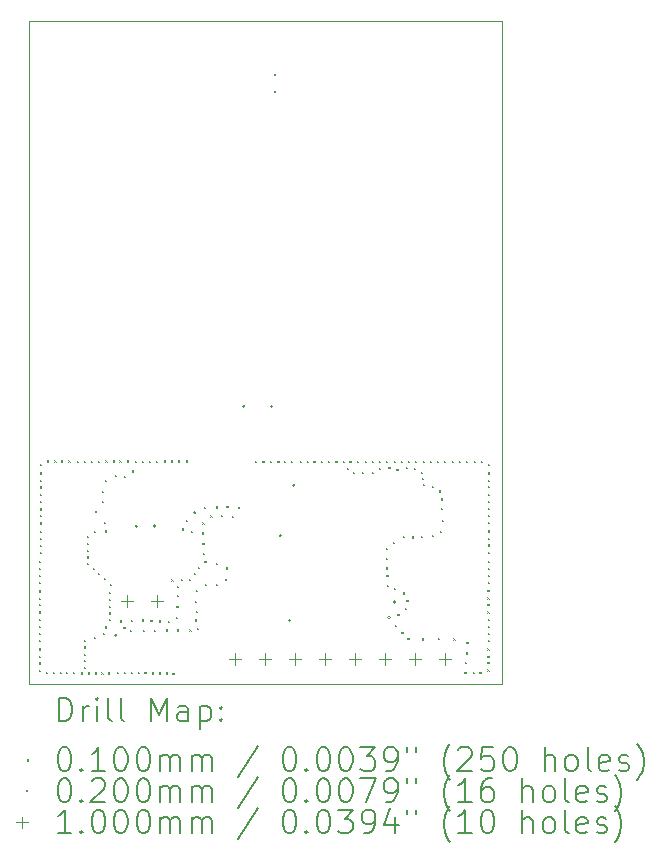
<source format=gbr>
%TF.GenerationSoftware,KiCad,Pcbnew,7.0.9*%
%TF.CreationDate,2024-04-20T19:12:41+02:00*%
%TF.ProjectId,NFC_Programmer,4e46435f-5072-46f6-9772-616d6d65722e,3.0*%
%TF.SameCoordinates,Original*%
%TF.FileFunction,Drillmap*%
%TF.FilePolarity,Positive*%
%FSLAX45Y45*%
G04 Gerber Fmt 4.5, Leading zero omitted, Abs format (unit mm)*
G04 Created by KiCad (PCBNEW 7.0.9) date 2024-04-20 19:12:41*
%MOMM*%
%LPD*%
G01*
G04 APERTURE LIST*
%ADD10C,0.100000*%
%ADD11C,0.200000*%
G04 APERTURE END LIST*
D10*
X16022000Y-11011000D02*
X15866000Y-11011000D01*
X12019000Y-11011000D01*
X12019000Y-5401000D01*
X16022000Y-5401000D01*
X16022000Y-11011000D01*
D11*
D10*
X12107000Y-10219000D02*
X12117000Y-10229000D01*
X12117000Y-10219000D02*
X12107000Y-10229000D01*
X12107000Y-10280000D02*
X12117000Y-10290000D01*
X12117000Y-10280000D02*
X12107000Y-10290000D01*
X12107000Y-10337000D02*
X12117000Y-10347000D01*
X12117000Y-10337000D02*
X12107000Y-10347000D01*
X12107000Y-10398000D02*
X12117000Y-10408000D01*
X12117000Y-10398000D02*
X12107000Y-10408000D01*
X12107000Y-10711000D02*
X12117000Y-10721000D01*
X12117000Y-10711000D02*
X12107000Y-10721000D01*
X12107000Y-10772000D02*
X12117000Y-10782000D01*
X12117000Y-10772000D02*
X12107000Y-10782000D01*
X12107000Y-10829000D02*
X12117000Y-10839000D01*
X12117000Y-10829000D02*
X12107000Y-10839000D01*
X12107000Y-10890000D02*
X12117000Y-10900000D01*
X12117000Y-10890000D02*
X12107000Y-10900000D01*
X12108000Y-9970000D02*
X12118000Y-9980000D01*
X12118000Y-9970000D02*
X12108000Y-9980000D01*
X12108000Y-10031000D02*
X12118000Y-10041000D01*
X12118000Y-10031000D02*
X12108000Y-10041000D01*
X12108000Y-10088000D02*
X12118000Y-10098000D01*
X12118000Y-10088000D02*
X12108000Y-10098000D01*
X12108000Y-10149000D02*
X12118000Y-10159000D01*
X12118000Y-10149000D02*
X12108000Y-10159000D01*
X12108000Y-10462000D02*
X12118000Y-10472000D01*
X12118000Y-10462000D02*
X12108000Y-10472000D01*
X12108000Y-10523000D02*
X12118000Y-10533000D01*
X12118000Y-10523000D02*
X12108000Y-10533000D01*
X12108000Y-10580000D02*
X12118000Y-10590000D01*
X12118000Y-10580000D02*
X12108000Y-10590000D01*
X12108000Y-10641000D02*
X12118000Y-10651000D01*
X12118000Y-10641000D02*
X12108000Y-10651000D01*
X12111000Y-9221000D02*
X12121000Y-9231000D01*
X12121000Y-9221000D02*
X12111000Y-9231000D01*
X12111000Y-9282000D02*
X12121000Y-9292000D01*
X12121000Y-9282000D02*
X12111000Y-9292000D01*
X12111000Y-9339000D02*
X12121000Y-9349000D01*
X12121000Y-9339000D02*
X12111000Y-9349000D01*
X12111000Y-9400000D02*
X12121000Y-9410000D01*
X12121000Y-9400000D02*
X12111000Y-9410000D01*
X12111000Y-9713000D02*
X12121000Y-9723000D01*
X12121000Y-9713000D02*
X12111000Y-9723000D01*
X12111000Y-9774000D02*
X12121000Y-9784000D01*
X12121000Y-9774000D02*
X12111000Y-9784000D01*
X12111000Y-9831000D02*
X12121000Y-9841000D01*
X12121000Y-9831000D02*
X12111000Y-9841000D01*
X12111000Y-9892000D02*
X12121000Y-9902000D01*
X12121000Y-9892000D02*
X12111000Y-9902000D01*
X12112000Y-9151000D02*
X12122000Y-9161000D01*
X12122000Y-9151000D02*
X12112000Y-9161000D01*
X12112000Y-9464000D02*
X12122000Y-9474000D01*
X12122000Y-9464000D02*
X12112000Y-9474000D01*
X12112000Y-9525000D02*
X12122000Y-9535000D01*
X12122000Y-9525000D02*
X12112000Y-9535000D01*
X12112000Y-9582000D02*
X12122000Y-9592000D01*
X12122000Y-9582000D02*
X12112000Y-9592000D01*
X12112000Y-9643000D02*
X12122000Y-9653000D01*
X12122000Y-9643000D02*
X12112000Y-9653000D01*
X12164000Y-10910000D02*
X12174000Y-10920000D01*
X12174000Y-10910000D02*
X12164000Y-10920000D01*
X12176000Y-9119000D02*
X12186000Y-9129000D01*
X12186000Y-9119000D02*
X12176000Y-9129000D01*
X12221000Y-10910000D02*
X12231000Y-10920000D01*
X12231000Y-10910000D02*
X12221000Y-10920000D01*
X12237000Y-9119000D02*
X12247000Y-9129000D01*
X12247000Y-9119000D02*
X12237000Y-9129000D01*
X12282000Y-10910000D02*
X12292000Y-10920000D01*
X12292000Y-10910000D02*
X12282000Y-10920000D01*
X12294000Y-9119000D02*
X12304000Y-9129000D01*
X12304000Y-9119000D02*
X12294000Y-9129000D01*
X12336000Y-10910000D02*
X12346000Y-10920000D01*
X12346000Y-10910000D02*
X12336000Y-10920000D01*
X12355000Y-9119000D02*
X12365000Y-9129000D01*
X12365000Y-9119000D02*
X12355000Y-9129000D01*
X12393000Y-10910000D02*
X12403000Y-10920000D01*
X12403000Y-10910000D02*
X12393000Y-10920000D01*
X12425000Y-9120000D02*
X12435000Y-9130000D01*
X12435000Y-9120000D02*
X12425000Y-9130000D01*
X12463000Y-10913000D02*
X12473000Y-10923000D01*
X12473000Y-10913000D02*
X12463000Y-10923000D01*
X12486000Y-9120000D02*
X12496000Y-9130000D01*
X12496000Y-9120000D02*
X12486000Y-9130000D01*
X12486000Y-10636000D02*
X12496000Y-10646000D01*
X12496000Y-10636000D02*
X12486000Y-10646000D01*
X12486000Y-10693000D02*
X12496000Y-10703000D01*
X12496000Y-10693000D02*
X12486000Y-10703000D01*
X12486000Y-10754000D02*
X12496000Y-10764000D01*
X12496000Y-10754000D02*
X12486000Y-10764000D01*
X12486000Y-10808000D02*
X12496000Y-10818000D01*
X12496000Y-10808000D02*
X12486000Y-10818000D01*
X12486000Y-10865000D02*
X12496000Y-10875000D01*
X12496000Y-10865000D02*
X12486000Y-10875000D01*
X12514000Y-9759000D02*
X12524000Y-9769000D01*
X12524000Y-9759000D02*
X12514000Y-9769000D01*
X12514000Y-9816000D02*
X12524000Y-9826000D01*
X12524000Y-9816000D02*
X12514000Y-9826000D01*
X12514000Y-9877000D02*
X12524000Y-9887000D01*
X12524000Y-9877000D02*
X12514000Y-9887000D01*
X12514000Y-9931000D02*
X12524000Y-9941000D01*
X12524000Y-9931000D02*
X12514000Y-9941000D01*
X12514000Y-9988000D02*
X12524000Y-9998000D01*
X12524000Y-9988000D02*
X12514000Y-9998000D01*
X12520000Y-10913000D02*
X12530000Y-10923000D01*
X12530000Y-10913000D02*
X12520000Y-10923000D01*
X12543000Y-9120000D02*
X12553000Y-9130000D01*
X12553000Y-9120000D02*
X12543000Y-9130000D01*
X12562000Y-10030000D02*
X12572000Y-10040000D01*
X12572000Y-10030000D02*
X12562000Y-10040000D01*
X12569000Y-9713000D02*
X12579000Y-9723000D01*
X12579000Y-9713000D02*
X12569000Y-9723000D01*
X12571000Y-10615000D02*
X12581000Y-10625000D01*
X12581000Y-10615000D02*
X12571000Y-10625000D01*
X12581000Y-10913000D02*
X12591000Y-10923000D01*
X12591000Y-10913000D02*
X12581000Y-10923000D01*
X12604000Y-9120000D02*
X12614000Y-9130000D01*
X12614000Y-9120000D02*
X12604000Y-9130000D01*
X12608000Y-10074000D02*
X12618000Y-10084000D01*
X12618000Y-10074000D02*
X12608000Y-10084000D01*
X12635000Y-10913000D02*
X12645000Y-10923000D01*
X12645000Y-10913000D02*
X12635000Y-10923000D01*
X12639000Y-9379000D02*
X12649000Y-9389000D01*
X12649000Y-9379000D02*
X12639000Y-9389000D01*
X12641000Y-9465000D02*
X12651000Y-9475000D01*
X12651000Y-9465000D02*
X12641000Y-9475000D01*
X12649000Y-10582000D02*
X12659000Y-10592000D01*
X12659000Y-10582000D02*
X12649000Y-10592000D01*
X12656000Y-9641000D02*
X12666000Y-9651000D01*
X12666000Y-9641000D02*
X12656000Y-9651000D01*
X12656000Y-10116000D02*
X12666000Y-10126000D01*
X12666000Y-10116000D02*
X12656000Y-10126000D01*
X12662000Y-9282000D02*
X12672000Y-9292000D01*
X12672000Y-9282000D02*
X12662000Y-9292000D01*
X12662000Y-9711000D02*
X12672000Y-9721000D01*
X12672000Y-9711000D02*
X12662000Y-9721000D01*
X12665000Y-10525000D02*
X12675000Y-10535000D01*
X12675000Y-10525000D02*
X12665000Y-10535000D01*
X12668000Y-9119000D02*
X12678000Y-9129000D01*
X12678000Y-9119000D02*
X12668000Y-9129000D01*
X12692000Y-10913000D02*
X12702000Y-10923000D01*
X12702000Y-10913000D02*
X12692000Y-10923000D01*
X12700000Y-10233000D02*
X12710000Y-10243000D01*
X12710000Y-10233000D02*
X12700000Y-10243000D01*
X12700000Y-10290000D02*
X12710000Y-10300000D01*
X12710000Y-10290000D02*
X12700000Y-10300000D01*
X12700000Y-10351000D02*
X12710000Y-10361000D01*
X12710000Y-10351000D02*
X12700000Y-10361000D01*
X12700000Y-10405000D02*
X12710000Y-10415000D01*
X12710000Y-10405000D02*
X12700000Y-10415000D01*
X12700000Y-10462000D02*
X12710000Y-10472000D01*
X12710000Y-10462000D02*
X12700000Y-10472000D01*
X12705000Y-10164000D02*
X12715000Y-10174000D01*
X12715000Y-10164000D02*
X12705000Y-10174000D01*
X12729000Y-9119000D02*
X12739000Y-9129000D01*
X12739000Y-9119000D02*
X12729000Y-9129000D01*
X12747000Y-9245000D02*
X12757000Y-9255000D01*
X12757000Y-9245000D02*
X12747000Y-9255000D01*
X12769000Y-10911000D02*
X12779000Y-10921000D01*
X12779000Y-10911000D02*
X12769000Y-10921000D01*
X12786000Y-9119000D02*
X12796000Y-9129000D01*
X12796000Y-9119000D02*
X12786000Y-9129000D01*
X12789000Y-10473000D02*
X12799000Y-10483000D01*
X12799000Y-10473000D02*
X12789000Y-10483000D01*
X12820000Y-10527000D02*
X12830000Y-10537000D01*
X12830000Y-10527000D02*
X12820000Y-10537000D01*
X12826000Y-10911000D02*
X12836000Y-10921000D01*
X12836000Y-10911000D02*
X12826000Y-10921000D01*
X12828000Y-9250000D02*
X12838000Y-9260000D01*
X12838000Y-9250000D02*
X12828000Y-9260000D01*
X12847000Y-9119000D02*
X12857000Y-9129000D01*
X12857000Y-9119000D02*
X12847000Y-9129000D01*
X12875000Y-10552000D02*
X12885000Y-10562000D01*
X12885000Y-10552000D02*
X12875000Y-10562000D01*
X12882000Y-10470000D02*
X12892000Y-10480000D01*
X12892000Y-10470000D02*
X12882000Y-10480000D01*
X12887000Y-10911000D02*
X12897000Y-10921000D01*
X12897000Y-10911000D02*
X12887000Y-10921000D01*
X12892000Y-9203000D02*
X12902000Y-9213000D01*
X12902000Y-9203000D02*
X12892000Y-9213000D01*
X12917000Y-9120000D02*
X12927000Y-9130000D01*
X12927000Y-9120000D02*
X12917000Y-9130000D01*
X12941000Y-10911000D02*
X12951000Y-10921000D01*
X12951000Y-10911000D02*
X12941000Y-10921000D01*
X12974000Y-10465000D02*
X12984000Y-10475000D01*
X12984000Y-10465000D02*
X12974000Y-10475000D01*
X12978000Y-9120000D02*
X12988000Y-9130000D01*
X12988000Y-9120000D02*
X12978000Y-9130000D01*
X12989000Y-10552000D02*
X12999000Y-10562000D01*
X12999000Y-10552000D02*
X12989000Y-10562000D01*
X12998000Y-10911000D02*
X13008000Y-10921000D01*
X13008000Y-10911000D02*
X12998000Y-10921000D01*
X13035000Y-9120000D02*
X13045000Y-9130000D01*
X13045000Y-9120000D02*
X13035000Y-9130000D01*
X13049000Y-10469000D02*
X13059000Y-10479000D01*
X13059000Y-10469000D02*
X13049000Y-10479000D01*
X13062000Y-10913000D02*
X13072000Y-10923000D01*
X13072000Y-10913000D02*
X13062000Y-10923000D01*
X13082000Y-10552000D02*
X13092000Y-10562000D01*
X13092000Y-10552000D02*
X13082000Y-10562000D01*
X13096000Y-9120000D02*
X13106000Y-9130000D01*
X13106000Y-9120000D02*
X13096000Y-9130000D01*
X13122000Y-10473000D02*
X13132000Y-10483000D01*
X13132000Y-10473000D02*
X13122000Y-10483000D01*
X13124000Y-10913000D02*
X13134000Y-10923000D01*
X13134000Y-10913000D02*
X13124000Y-10923000D01*
X13162000Y-9119000D02*
X13172000Y-9129000D01*
X13172000Y-9119000D02*
X13162000Y-9129000D01*
X13177000Y-10913000D02*
X13187000Y-10923000D01*
X13187000Y-10913000D02*
X13177000Y-10923000D01*
X13182000Y-10550000D02*
X13192000Y-10560000D01*
X13192000Y-10550000D02*
X13182000Y-10560000D01*
X13196000Y-10478000D02*
X13206000Y-10488000D01*
X13206000Y-10478000D02*
X13196000Y-10488000D01*
X13223000Y-9119000D02*
X13233000Y-9129000D01*
X13233000Y-9119000D02*
X13223000Y-9129000D01*
X13227000Y-10127000D02*
X13237000Y-10137000D01*
X13237000Y-10127000D02*
X13227000Y-10137000D01*
X13235000Y-10915000D02*
X13245000Y-10925000D01*
X13245000Y-10915000D02*
X13235000Y-10925000D01*
X13265000Y-10444000D02*
X13275000Y-10454000D01*
X13275000Y-10444000D02*
X13265000Y-10454000D01*
X13269000Y-10351000D02*
X13279000Y-10361000D01*
X13279000Y-10351000D02*
X13269000Y-10361000D01*
X13271000Y-10256000D02*
X13281000Y-10266000D01*
X13281000Y-10256000D02*
X13271000Y-10266000D01*
X13274000Y-10183000D02*
X13284000Y-10193000D01*
X13284000Y-10183000D02*
X13274000Y-10193000D01*
X13277000Y-10550000D02*
X13287000Y-10560000D01*
X13287000Y-10550000D02*
X13277000Y-10560000D01*
X13280000Y-9119000D02*
X13290000Y-9129000D01*
X13290000Y-9119000D02*
X13280000Y-9129000D01*
X13308000Y-10121000D02*
X13318000Y-10131000D01*
X13318000Y-10121000D02*
X13308000Y-10131000D01*
X13316000Y-9694000D02*
X13326000Y-9704000D01*
X13326000Y-9694000D02*
X13316000Y-9704000D01*
X13348000Y-9623000D02*
X13358000Y-9633000D01*
X13358000Y-9623000D02*
X13348000Y-9633000D01*
X13349000Y-9119000D02*
X13359000Y-9129000D01*
X13359000Y-9119000D02*
X13349000Y-9129000D01*
X13374000Y-10119000D02*
X13384000Y-10129000D01*
X13384000Y-10119000D02*
X13374000Y-10129000D01*
X13379000Y-10549000D02*
X13389000Y-10559000D01*
X13389000Y-10549000D02*
X13379000Y-10559000D01*
X13393000Y-9714000D02*
X13403000Y-9724000D01*
X13403000Y-9714000D02*
X13393000Y-9724000D01*
X13420000Y-10072000D02*
X13430000Y-10082000D01*
X13430000Y-10072000D02*
X13420000Y-10082000D01*
X13425000Y-10465000D02*
X13435000Y-10475000D01*
X13435000Y-10465000D02*
X13425000Y-10475000D01*
X13429000Y-10305000D02*
X13439000Y-10315000D01*
X13439000Y-10305000D02*
X13429000Y-10315000D01*
X13431000Y-10390000D02*
X13441000Y-10400000D01*
X13441000Y-10390000D02*
X13431000Y-10400000D01*
X13434000Y-10214000D02*
X13444000Y-10224000D01*
X13444000Y-10214000D02*
X13434000Y-10224000D01*
X13445000Y-10537000D02*
X13455000Y-10547000D01*
X13455000Y-10537000D02*
X13445000Y-10547000D01*
X13454000Y-10019000D02*
X13464000Y-10029000D01*
X13464000Y-10019000D02*
X13454000Y-10029000D01*
X13484000Y-9728000D02*
X13494000Y-9738000D01*
X13494000Y-9728000D02*
X13484000Y-9738000D01*
X13490000Y-9643000D02*
X13500000Y-9653000D01*
X13500000Y-9643000D02*
X13490000Y-9653000D01*
X13490000Y-9819000D02*
X13500000Y-9829000D01*
X13500000Y-9819000D02*
X13490000Y-9829000D01*
X13491000Y-9900000D02*
X13501000Y-9910000D01*
X13501000Y-9900000D02*
X13491000Y-9910000D01*
X13502789Y-9512435D02*
X13512789Y-9522435D01*
X13512789Y-9512435D02*
X13502789Y-9522435D01*
X13507000Y-9972000D02*
X13517000Y-9982000D01*
X13517000Y-9972000D02*
X13507000Y-9982000D01*
X13508000Y-10166000D02*
X13518000Y-10176000D01*
X13518000Y-10166000D02*
X13508000Y-10176000D01*
X13557000Y-9584000D02*
X13567000Y-9594000D01*
X13567000Y-9584000D02*
X13557000Y-9594000D01*
X13605000Y-9509000D02*
X13615000Y-9519000D01*
X13615000Y-9509000D02*
X13605000Y-9519000D01*
X13605000Y-9987000D02*
X13615000Y-9997000D01*
X13615000Y-9987000D02*
X13605000Y-9997000D01*
X13605000Y-10161000D02*
X13615000Y-10171000D01*
X13615000Y-10161000D02*
X13605000Y-10171000D01*
X13649000Y-9582000D02*
X13659000Y-9592000D01*
X13659000Y-9582000D02*
X13649000Y-9592000D01*
X13685000Y-10024000D02*
X13695000Y-10034000D01*
X13695000Y-10024000D02*
X13685000Y-10034000D01*
X13693000Y-9506000D02*
X13703000Y-9516000D01*
X13703000Y-9506000D02*
X13693000Y-9516000D01*
X13740000Y-9588000D02*
X13750000Y-9598000D01*
X13750000Y-9588000D02*
X13740000Y-9598000D01*
X13936000Y-9124000D02*
X13946000Y-9134000D01*
X13946000Y-9124000D02*
X13936000Y-9134000D01*
X13997000Y-9124000D02*
X14007000Y-9134000D01*
X14007000Y-9124000D02*
X13997000Y-9134000D01*
X14063000Y-9123000D02*
X14073000Y-9133000D01*
X14073000Y-9123000D02*
X14063000Y-9133000D01*
X14124000Y-9123000D02*
X14134000Y-9133000D01*
X14134000Y-9123000D02*
X14124000Y-9133000D01*
X14181000Y-9123000D02*
X14191000Y-9133000D01*
X14191000Y-9123000D02*
X14181000Y-9133000D01*
X14242000Y-9123000D02*
X14252000Y-9133000D01*
X14252000Y-9123000D02*
X14242000Y-9133000D01*
X14312000Y-9124000D02*
X14322000Y-9134000D01*
X14322000Y-9124000D02*
X14312000Y-9134000D01*
X14373000Y-9124000D02*
X14383000Y-9134000D01*
X14383000Y-9124000D02*
X14373000Y-9134000D01*
X14430000Y-9124000D02*
X14440000Y-9134000D01*
X14440000Y-9124000D02*
X14430000Y-9134000D01*
X14491000Y-9124000D02*
X14501000Y-9134000D01*
X14501000Y-9124000D02*
X14491000Y-9134000D01*
X14555000Y-9123000D02*
X14565000Y-9133000D01*
X14565000Y-9123000D02*
X14555000Y-9133000D01*
X14616000Y-9123000D02*
X14626000Y-9133000D01*
X14626000Y-9123000D02*
X14616000Y-9133000D01*
X14677000Y-9123000D02*
X14687000Y-9133000D01*
X14687000Y-9123000D02*
X14677000Y-9133000D01*
X14715000Y-9185000D02*
X14725000Y-9195000D01*
X14725000Y-9185000D02*
X14715000Y-9195000D01*
X14734000Y-9123000D02*
X14744000Y-9133000D01*
X14744000Y-9123000D02*
X14734000Y-9133000D01*
X14765110Y-9217195D02*
X14775110Y-9227195D01*
X14775110Y-9217195D02*
X14765110Y-9227195D01*
X14795000Y-9123000D02*
X14805000Y-9133000D01*
X14805000Y-9123000D02*
X14795000Y-9133000D01*
X14839000Y-9218000D02*
X14849000Y-9228000D01*
X14849000Y-9218000D02*
X14839000Y-9228000D01*
X14865000Y-9124000D02*
X14875000Y-9134000D01*
X14875000Y-9124000D02*
X14865000Y-9134000D01*
X14923000Y-9217000D02*
X14933000Y-9227000D01*
X14933000Y-9217000D02*
X14923000Y-9227000D01*
X14926000Y-9124000D02*
X14936000Y-9134000D01*
X14936000Y-9124000D02*
X14926000Y-9134000D01*
X14983000Y-9124000D02*
X14993000Y-9134000D01*
X14993000Y-9124000D02*
X14983000Y-9134000D01*
X14983000Y-9184000D02*
X14993000Y-9194000D01*
X14993000Y-9184000D02*
X14983000Y-9194000D01*
X15041000Y-10025000D02*
X15051000Y-10035000D01*
X15051000Y-10025000D02*
X15041000Y-10035000D01*
X15042000Y-9863000D02*
X15052000Y-9873000D01*
X15052000Y-9863000D02*
X15042000Y-9873000D01*
X15043000Y-9946000D02*
X15053000Y-9956000D01*
X15053000Y-9946000D02*
X15043000Y-9956000D01*
X15044000Y-9124000D02*
X15054000Y-9134000D01*
X15054000Y-9124000D02*
X15044000Y-9134000D01*
X15048000Y-10091000D02*
X15058000Y-10101000D01*
X15058000Y-10091000D02*
X15048000Y-10101000D01*
X15052000Y-10170000D02*
X15062000Y-10180000D01*
X15062000Y-10170000D02*
X15052000Y-10180000D01*
X15064000Y-9176000D02*
X15074000Y-9186000D01*
X15074000Y-9176000D02*
X15064000Y-9186000D01*
X15102000Y-9806000D02*
X15112000Y-9816000D01*
X15112000Y-9806000D02*
X15102000Y-9816000D01*
X15107446Y-10196020D02*
X15117446Y-10206020D01*
X15117446Y-10196020D02*
X15107446Y-10206020D01*
X15108000Y-9123000D02*
X15118000Y-9133000D01*
X15118000Y-9123000D02*
X15108000Y-9133000D01*
X15120000Y-10512000D02*
X15130000Y-10522000D01*
X15130000Y-10512000D02*
X15120000Y-10522000D01*
X15131434Y-9192000D02*
X15141434Y-9202000D01*
X15141434Y-9192000D02*
X15131434Y-9202000D01*
X15141000Y-10417000D02*
X15151000Y-10427000D01*
X15151000Y-10417000D02*
X15141000Y-10427000D01*
X15169000Y-9123000D02*
X15179000Y-9133000D01*
X15179000Y-9123000D02*
X15169000Y-9133000D01*
X15174000Y-10573000D02*
X15184000Y-10583000D01*
X15184000Y-10573000D02*
X15174000Y-10583000D01*
X15184000Y-9760000D02*
X15194000Y-9770000D01*
X15194000Y-9760000D02*
X15184000Y-9770000D01*
X15186761Y-10236155D02*
X15196761Y-10246155D01*
X15196761Y-10236155D02*
X15186761Y-10246155D01*
X15201000Y-10369000D02*
X15211000Y-10379000D01*
X15211000Y-10369000D02*
X15201000Y-10379000D01*
X15212000Y-9177000D02*
X15222000Y-9187000D01*
X15222000Y-9177000D02*
X15212000Y-9187000D01*
X15217000Y-10297000D02*
X15227000Y-10307000D01*
X15227000Y-10297000D02*
X15217000Y-10307000D01*
X15225000Y-10624000D02*
X15235000Y-10634000D01*
X15235000Y-10624000D02*
X15225000Y-10634000D01*
X15226000Y-9123000D02*
X15236000Y-9133000D01*
X15236000Y-9123000D02*
X15226000Y-9133000D01*
X15261000Y-9762000D02*
X15271000Y-9772000D01*
X15271000Y-9762000D02*
X15261000Y-9772000D01*
X15282000Y-9182000D02*
X15292000Y-9192000D01*
X15292000Y-9182000D02*
X15282000Y-9192000D01*
X15287000Y-9123000D02*
X15297000Y-9133000D01*
X15297000Y-9123000D02*
X15287000Y-9133000D01*
X15337000Y-9214000D02*
X15347000Y-9224000D01*
X15347000Y-9214000D02*
X15337000Y-9224000D01*
X15340000Y-9759000D02*
X15350000Y-9769000D01*
X15350000Y-9759000D02*
X15340000Y-9769000D01*
X15347000Y-10626000D02*
X15357000Y-10636000D01*
X15357000Y-10626000D02*
X15347000Y-10636000D01*
X15349000Y-9268000D02*
X15359000Y-9278000D01*
X15359000Y-9268000D02*
X15349000Y-9278000D01*
X15356000Y-9321000D02*
X15366000Y-9331000D01*
X15366000Y-9321000D02*
X15356000Y-9331000D01*
X15357000Y-9124000D02*
X15367000Y-9134000D01*
X15367000Y-9124000D02*
X15357000Y-9134000D01*
X15418000Y-9124000D02*
X15428000Y-9134000D01*
X15428000Y-9124000D02*
X15418000Y-9134000D01*
X15432000Y-9753000D02*
X15442000Y-9763000D01*
X15442000Y-9753000D02*
X15432000Y-9763000D01*
X15434000Y-9332000D02*
X15444000Y-9342000D01*
X15444000Y-9332000D02*
X15434000Y-9342000D01*
X15475000Y-9124000D02*
X15485000Y-9134000D01*
X15485000Y-9124000D02*
X15475000Y-9134000D01*
X15484000Y-10624000D02*
X15494000Y-10634000D01*
X15494000Y-10624000D02*
X15484000Y-10634000D01*
X15491000Y-9373000D02*
X15501000Y-9383000D01*
X15501000Y-9373000D02*
X15491000Y-9383000D01*
X15500000Y-9717000D02*
X15510000Y-9727000D01*
X15510000Y-9717000D02*
X15500000Y-9727000D01*
X15508000Y-9440000D02*
X15518000Y-9450000D01*
X15518000Y-9440000D02*
X15508000Y-9450000D01*
X15508000Y-9524000D02*
X15518000Y-9534000D01*
X15518000Y-9524000D02*
X15508000Y-9534000D01*
X15516000Y-9621000D02*
X15526000Y-9631000D01*
X15526000Y-9621000D02*
X15516000Y-9631000D01*
X15536000Y-9124000D02*
X15546000Y-9134000D01*
X15546000Y-9124000D02*
X15536000Y-9134000D01*
X15602000Y-9123000D02*
X15612000Y-9133000D01*
X15612000Y-9123000D02*
X15602000Y-9133000D01*
X15615000Y-10626000D02*
X15625000Y-10636000D01*
X15625000Y-10626000D02*
X15615000Y-10636000D01*
X15663000Y-9123000D02*
X15673000Y-9133000D01*
X15673000Y-9123000D02*
X15663000Y-9133000D01*
X15707000Y-10907000D02*
X15717000Y-10917000D01*
X15717000Y-10907000D02*
X15707000Y-10917000D01*
X15715000Y-10826000D02*
X15725000Y-10836000D01*
X15725000Y-10826000D02*
X15715000Y-10836000D01*
X15720000Y-9123000D02*
X15730000Y-9133000D01*
X15730000Y-9123000D02*
X15720000Y-9133000D01*
X15722000Y-10745000D02*
X15732000Y-10755000D01*
X15732000Y-10745000D02*
X15722000Y-10755000D01*
X15724000Y-10656000D02*
X15734000Y-10666000D01*
X15734000Y-10656000D02*
X15724000Y-10666000D01*
X15777000Y-10910000D02*
X15787000Y-10920000D01*
X15787000Y-10910000D02*
X15777000Y-10920000D01*
X15789000Y-9123000D02*
X15799000Y-9133000D01*
X15799000Y-9123000D02*
X15789000Y-9133000D01*
X15834000Y-10910000D02*
X15844000Y-10920000D01*
X15844000Y-10910000D02*
X15834000Y-10920000D01*
X15850000Y-9123000D02*
X15860000Y-9133000D01*
X15860000Y-9123000D02*
X15850000Y-9133000D01*
X15903000Y-10218000D02*
X15913000Y-10228000D01*
X15913000Y-10218000D02*
X15903000Y-10228000D01*
X15903000Y-10279000D02*
X15913000Y-10289000D01*
X15913000Y-10279000D02*
X15903000Y-10289000D01*
X15903000Y-10336000D02*
X15913000Y-10346000D01*
X15913000Y-10336000D02*
X15903000Y-10346000D01*
X15903000Y-10397000D02*
X15913000Y-10407000D01*
X15913000Y-10397000D02*
X15903000Y-10407000D01*
X15903000Y-10710000D02*
X15913000Y-10720000D01*
X15913000Y-10710000D02*
X15903000Y-10720000D01*
X15903000Y-10771000D02*
X15913000Y-10781000D01*
X15913000Y-10771000D02*
X15903000Y-10781000D01*
X15903000Y-10828000D02*
X15913000Y-10838000D01*
X15913000Y-10828000D02*
X15903000Y-10838000D01*
X15903000Y-10889000D02*
X15913000Y-10899000D01*
X15913000Y-10889000D02*
X15903000Y-10899000D01*
X15904000Y-9969000D02*
X15914000Y-9979000D01*
X15914000Y-9969000D02*
X15904000Y-9979000D01*
X15904000Y-10030000D02*
X15914000Y-10040000D01*
X15914000Y-10030000D02*
X15904000Y-10040000D01*
X15904000Y-10087000D02*
X15914000Y-10097000D01*
X15914000Y-10087000D02*
X15904000Y-10097000D01*
X15904000Y-10148000D02*
X15914000Y-10158000D01*
X15914000Y-10148000D02*
X15904000Y-10158000D01*
X15904000Y-10461000D02*
X15914000Y-10471000D01*
X15914000Y-10461000D02*
X15904000Y-10471000D01*
X15904000Y-10522000D02*
X15914000Y-10532000D01*
X15914000Y-10522000D02*
X15904000Y-10532000D01*
X15904000Y-10579000D02*
X15914000Y-10589000D01*
X15914000Y-10579000D02*
X15904000Y-10589000D01*
X15904000Y-10640000D02*
X15914000Y-10650000D01*
X15914000Y-10640000D02*
X15904000Y-10650000D01*
X15907000Y-9220000D02*
X15917000Y-9230000D01*
X15917000Y-9220000D02*
X15907000Y-9230000D01*
X15907000Y-9281000D02*
X15917000Y-9291000D01*
X15917000Y-9281000D02*
X15907000Y-9291000D01*
X15907000Y-9338000D02*
X15917000Y-9348000D01*
X15917000Y-9338000D02*
X15907000Y-9348000D01*
X15907000Y-9399000D02*
X15917000Y-9409000D01*
X15917000Y-9399000D02*
X15907000Y-9409000D01*
X15907000Y-9712000D02*
X15917000Y-9722000D01*
X15917000Y-9712000D02*
X15907000Y-9722000D01*
X15907000Y-9773000D02*
X15917000Y-9783000D01*
X15917000Y-9773000D02*
X15907000Y-9783000D01*
X15907000Y-9830000D02*
X15917000Y-9840000D01*
X15917000Y-9830000D02*
X15907000Y-9840000D01*
X15907000Y-9891000D02*
X15917000Y-9901000D01*
X15917000Y-9891000D02*
X15907000Y-9901000D01*
X15908000Y-9150000D02*
X15918000Y-9160000D01*
X15918000Y-9150000D02*
X15908000Y-9160000D01*
X15908000Y-9463000D02*
X15918000Y-9473000D01*
X15918000Y-9463000D02*
X15908000Y-9473000D01*
X15908000Y-9524000D02*
X15918000Y-9534000D01*
X15918000Y-9524000D02*
X15908000Y-9534000D01*
X15908000Y-9581000D02*
X15918000Y-9591000D01*
X15918000Y-9581000D02*
X15908000Y-9591000D01*
X15908000Y-9642000D02*
X15918000Y-9652000D01*
X15918000Y-9642000D02*
X15908000Y-9652000D01*
X12597000Y-9556000D02*
G75*
G03*
X12597000Y-9556000I-10000J0D01*
G01*
X12765000Y-10599000D02*
G75*
G03*
X12765000Y-10599000I-10000J0D01*
G01*
X12938000Y-9677000D02*
G75*
G03*
X12938000Y-9677000I-10000J0D01*
G01*
X13095000Y-9674000D02*
G75*
G03*
X13095000Y-9674000I-10000J0D01*
G01*
X13435158Y-9560158D02*
G75*
G03*
X13435158Y-9560158I-10000J0D01*
G01*
X13697000Y-10131000D02*
G75*
G03*
X13697000Y-10131000I-10000J0D01*
G01*
X13809000Y-9523000D02*
G75*
G03*
X13809000Y-9523000I-10000J0D01*
G01*
X13850000Y-8662000D02*
G75*
G03*
X13850000Y-8662000I-10000J0D01*
G01*
X14084000Y-8662000D02*
G75*
G03*
X14084000Y-8662000I-10000J0D01*
G01*
X14114000Y-5856000D02*
G75*
G03*
X14114000Y-5856000I-10000J0D01*
G01*
X14114000Y-6000000D02*
G75*
G03*
X14114000Y-6000000I-10000J0D01*
G01*
X14160000Y-9757000D02*
G75*
G03*
X14160000Y-9757000I-10000J0D01*
G01*
X14236825Y-10476000D02*
G75*
G03*
X14236825Y-10476000I-10000J0D01*
G01*
X14272000Y-9328000D02*
G75*
G03*
X14272000Y-9328000I-10000J0D01*
G01*
X15080000Y-10448000D02*
G75*
G03*
X15080000Y-10448000I-10000J0D01*
G01*
X15126000Y-10318000D02*
G75*
G03*
X15126000Y-10318000I-10000J0D01*
G01*
X12853000Y-10256000D02*
X12853000Y-10356000D01*
X12803000Y-10306000D02*
X12903000Y-10306000D01*
X13107000Y-10256000D02*
X13107000Y-10356000D01*
X13057000Y-10306000D02*
X13157000Y-10306000D01*
X13767000Y-10752000D02*
X13767000Y-10852000D01*
X13717000Y-10802000D02*
X13817000Y-10802000D01*
X14021000Y-10752000D02*
X14021000Y-10852000D01*
X13971000Y-10802000D02*
X14071000Y-10802000D01*
X14275000Y-10752000D02*
X14275000Y-10852000D01*
X14225000Y-10802000D02*
X14325000Y-10802000D01*
X14529000Y-10752000D02*
X14529000Y-10852000D01*
X14479000Y-10802000D02*
X14579000Y-10802000D01*
X14783000Y-10752000D02*
X14783000Y-10852000D01*
X14733000Y-10802000D02*
X14833000Y-10802000D01*
X15037000Y-10752000D02*
X15037000Y-10852000D01*
X14987000Y-10802000D02*
X15087000Y-10802000D01*
X15291000Y-10752000D02*
X15291000Y-10852000D01*
X15241000Y-10802000D02*
X15341000Y-10802000D01*
X15545000Y-10752000D02*
X15545000Y-10852000D01*
X15495000Y-10802000D02*
X15595000Y-10802000D01*
D11*
X12274777Y-11327484D02*
X12274777Y-11127484D01*
X12274777Y-11127484D02*
X12322396Y-11127484D01*
X12322396Y-11127484D02*
X12350967Y-11137008D01*
X12350967Y-11137008D02*
X12370015Y-11156055D01*
X12370015Y-11156055D02*
X12379539Y-11175103D01*
X12379539Y-11175103D02*
X12389062Y-11213198D01*
X12389062Y-11213198D02*
X12389062Y-11241769D01*
X12389062Y-11241769D02*
X12379539Y-11279865D01*
X12379539Y-11279865D02*
X12370015Y-11298912D01*
X12370015Y-11298912D02*
X12350967Y-11317960D01*
X12350967Y-11317960D02*
X12322396Y-11327484D01*
X12322396Y-11327484D02*
X12274777Y-11327484D01*
X12474777Y-11327484D02*
X12474777Y-11194150D01*
X12474777Y-11232246D02*
X12484301Y-11213198D01*
X12484301Y-11213198D02*
X12493824Y-11203674D01*
X12493824Y-11203674D02*
X12512872Y-11194150D01*
X12512872Y-11194150D02*
X12531920Y-11194150D01*
X12598586Y-11327484D02*
X12598586Y-11194150D01*
X12598586Y-11127484D02*
X12589062Y-11137008D01*
X12589062Y-11137008D02*
X12598586Y-11146531D01*
X12598586Y-11146531D02*
X12608110Y-11137008D01*
X12608110Y-11137008D02*
X12598586Y-11127484D01*
X12598586Y-11127484D02*
X12598586Y-11146531D01*
X12722396Y-11327484D02*
X12703348Y-11317960D01*
X12703348Y-11317960D02*
X12693824Y-11298912D01*
X12693824Y-11298912D02*
X12693824Y-11127484D01*
X12827158Y-11327484D02*
X12808110Y-11317960D01*
X12808110Y-11317960D02*
X12798586Y-11298912D01*
X12798586Y-11298912D02*
X12798586Y-11127484D01*
X13055729Y-11327484D02*
X13055729Y-11127484D01*
X13055729Y-11127484D02*
X13122396Y-11270341D01*
X13122396Y-11270341D02*
X13189062Y-11127484D01*
X13189062Y-11127484D02*
X13189062Y-11327484D01*
X13370015Y-11327484D02*
X13370015Y-11222722D01*
X13370015Y-11222722D02*
X13360491Y-11203674D01*
X13360491Y-11203674D02*
X13341443Y-11194150D01*
X13341443Y-11194150D02*
X13303348Y-11194150D01*
X13303348Y-11194150D02*
X13284301Y-11203674D01*
X13370015Y-11317960D02*
X13350967Y-11327484D01*
X13350967Y-11327484D02*
X13303348Y-11327484D01*
X13303348Y-11327484D02*
X13284301Y-11317960D01*
X13284301Y-11317960D02*
X13274777Y-11298912D01*
X13274777Y-11298912D02*
X13274777Y-11279865D01*
X13274777Y-11279865D02*
X13284301Y-11260817D01*
X13284301Y-11260817D02*
X13303348Y-11251293D01*
X13303348Y-11251293D02*
X13350967Y-11251293D01*
X13350967Y-11251293D02*
X13370015Y-11241769D01*
X13465253Y-11194150D02*
X13465253Y-11394150D01*
X13465253Y-11203674D02*
X13484301Y-11194150D01*
X13484301Y-11194150D02*
X13522396Y-11194150D01*
X13522396Y-11194150D02*
X13541443Y-11203674D01*
X13541443Y-11203674D02*
X13550967Y-11213198D01*
X13550967Y-11213198D02*
X13560491Y-11232246D01*
X13560491Y-11232246D02*
X13560491Y-11289388D01*
X13560491Y-11289388D02*
X13550967Y-11308436D01*
X13550967Y-11308436D02*
X13541443Y-11317960D01*
X13541443Y-11317960D02*
X13522396Y-11327484D01*
X13522396Y-11327484D02*
X13484301Y-11327484D01*
X13484301Y-11327484D02*
X13465253Y-11317960D01*
X13646205Y-11308436D02*
X13655729Y-11317960D01*
X13655729Y-11317960D02*
X13646205Y-11327484D01*
X13646205Y-11327484D02*
X13636682Y-11317960D01*
X13636682Y-11317960D02*
X13646205Y-11308436D01*
X13646205Y-11308436D02*
X13646205Y-11327484D01*
X13646205Y-11203674D02*
X13655729Y-11213198D01*
X13655729Y-11213198D02*
X13646205Y-11222722D01*
X13646205Y-11222722D02*
X13636682Y-11213198D01*
X13636682Y-11213198D02*
X13646205Y-11203674D01*
X13646205Y-11203674D02*
X13646205Y-11222722D01*
D10*
X12004000Y-11651000D02*
X12014000Y-11661000D01*
X12014000Y-11651000D02*
X12004000Y-11661000D01*
D11*
X12312872Y-11547484D02*
X12331920Y-11547484D01*
X12331920Y-11547484D02*
X12350967Y-11557008D01*
X12350967Y-11557008D02*
X12360491Y-11566531D01*
X12360491Y-11566531D02*
X12370015Y-11585579D01*
X12370015Y-11585579D02*
X12379539Y-11623674D01*
X12379539Y-11623674D02*
X12379539Y-11671293D01*
X12379539Y-11671293D02*
X12370015Y-11709388D01*
X12370015Y-11709388D02*
X12360491Y-11728436D01*
X12360491Y-11728436D02*
X12350967Y-11737960D01*
X12350967Y-11737960D02*
X12331920Y-11747484D01*
X12331920Y-11747484D02*
X12312872Y-11747484D01*
X12312872Y-11747484D02*
X12293824Y-11737960D01*
X12293824Y-11737960D02*
X12284301Y-11728436D01*
X12284301Y-11728436D02*
X12274777Y-11709388D01*
X12274777Y-11709388D02*
X12265253Y-11671293D01*
X12265253Y-11671293D02*
X12265253Y-11623674D01*
X12265253Y-11623674D02*
X12274777Y-11585579D01*
X12274777Y-11585579D02*
X12284301Y-11566531D01*
X12284301Y-11566531D02*
X12293824Y-11557008D01*
X12293824Y-11557008D02*
X12312872Y-11547484D01*
X12465253Y-11728436D02*
X12474777Y-11737960D01*
X12474777Y-11737960D02*
X12465253Y-11747484D01*
X12465253Y-11747484D02*
X12455729Y-11737960D01*
X12455729Y-11737960D02*
X12465253Y-11728436D01*
X12465253Y-11728436D02*
X12465253Y-11747484D01*
X12665253Y-11747484D02*
X12550967Y-11747484D01*
X12608110Y-11747484D02*
X12608110Y-11547484D01*
X12608110Y-11547484D02*
X12589062Y-11576055D01*
X12589062Y-11576055D02*
X12570015Y-11595103D01*
X12570015Y-11595103D02*
X12550967Y-11604627D01*
X12789062Y-11547484D02*
X12808110Y-11547484D01*
X12808110Y-11547484D02*
X12827158Y-11557008D01*
X12827158Y-11557008D02*
X12836682Y-11566531D01*
X12836682Y-11566531D02*
X12846205Y-11585579D01*
X12846205Y-11585579D02*
X12855729Y-11623674D01*
X12855729Y-11623674D02*
X12855729Y-11671293D01*
X12855729Y-11671293D02*
X12846205Y-11709388D01*
X12846205Y-11709388D02*
X12836682Y-11728436D01*
X12836682Y-11728436D02*
X12827158Y-11737960D01*
X12827158Y-11737960D02*
X12808110Y-11747484D01*
X12808110Y-11747484D02*
X12789062Y-11747484D01*
X12789062Y-11747484D02*
X12770015Y-11737960D01*
X12770015Y-11737960D02*
X12760491Y-11728436D01*
X12760491Y-11728436D02*
X12750967Y-11709388D01*
X12750967Y-11709388D02*
X12741443Y-11671293D01*
X12741443Y-11671293D02*
X12741443Y-11623674D01*
X12741443Y-11623674D02*
X12750967Y-11585579D01*
X12750967Y-11585579D02*
X12760491Y-11566531D01*
X12760491Y-11566531D02*
X12770015Y-11557008D01*
X12770015Y-11557008D02*
X12789062Y-11547484D01*
X12979539Y-11547484D02*
X12998586Y-11547484D01*
X12998586Y-11547484D02*
X13017634Y-11557008D01*
X13017634Y-11557008D02*
X13027158Y-11566531D01*
X13027158Y-11566531D02*
X13036682Y-11585579D01*
X13036682Y-11585579D02*
X13046205Y-11623674D01*
X13046205Y-11623674D02*
X13046205Y-11671293D01*
X13046205Y-11671293D02*
X13036682Y-11709388D01*
X13036682Y-11709388D02*
X13027158Y-11728436D01*
X13027158Y-11728436D02*
X13017634Y-11737960D01*
X13017634Y-11737960D02*
X12998586Y-11747484D01*
X12998586Y-11747484D02*
X12979539Y-11747484D01*
X12979539Y-11747484D02*
X12960491Y-11737960D01*
X12960491Y-11737960D02*
X12950967Y-11728436D01*
X12950967Y-11728436D02*
X12941443Y-11709388D01*
X12941443Y-11709388D02*
X12931920Y-11671293D01*
X12931920Y-11671293D02*
X12931920Y-11623674D01*
X12931920Y-11623674D02*
X12941443Y-11585579D01*
X12941443Y-11585579D02*
X12950967Y-11566531D01*
X12950967Y-11566531D02*
X12960491Y-11557008D01*
X12960491Y-11557008D02*
X12979539Y-11547484D01*
X13131920Y-11747484D02*
X13131920Y-11614150D01*
X13131920Y-11633198D02*
X13141443Y-11623674D01*
X13141443Y-11623674D02*
X13160491Y-11614150D01*
X13160491Y-11614150D02*
X13189063Y-11614150D01*
X13189063Y-11614150D02*
X13208110Y-11623674D01*
X13208110Y-11623674D02*
X13217634Y-11642722D01*
X13217634Y-11642722D02*
X13217634Y-11747484D01*
X13217634Y-11642722D02*
X13227158Y-11623674D01*
X13227158Y-11623674D02*
X13246205Y-11614150D01*
X13246205Y-11614150D02*
X13274777Y-11614150D01*
X13274777Y-11614150D02*
X13293824Y-11623674D01*
X13293824Y-11623674D02*
X13303348Y-11642722D01*
X13303348Y-11642722D02*
X13303348Y-11747484D01*
X13398586Y-11747484D02*
X13398586Y-11614150D01*
X13398586Y-11633198D02*
X13408110Y-11623674D01*
X13408110Y-11623674D02*
X13427158Y-11614150D01*
X13427158Y-11614150D02*
X13455729Y-11614150D01*
X13455729Y-11614150D02*
X13474777Y-11623674D01*
X13474777Y-11623674D02*
X13484301Y-11642722D01*
X13484301Y-11642722D02*
X13484301Y-11747484D01*
X13484301Y-11642722D02*
X13493824Y-11623674D01*
X13493824Y-11623674D02*
X13512872Y-11614150D01*
X13512872Y-11614150D02*
X13541443Y-11614150D01*
X13541443Y-11614150D02*
X13560491Y-11623674D01*
X13560491Y-11623674D02*
X13570015Y-11642722D01*
X13570015Y-11642722D02*
X13570015Y-11747484D01*
X13960491Y-11537960D02*
X13789063Y-11795103D01*
X14217634Y-11547484D02*
X14236682Y-11547484D01*
X14236682Y-11547484D02*
X14255729Y-11557008D01*
X14255729Y-11557008D02*
X14265253Y-11566531D01*
X14265253Y-11566531D02*
X14274777Y-11585579D01*
X14274777Y-11585579D02*
X14284301Y-11623674D01*
X14284301Y-11623674D02*
X14284301Y-11671293D01*
X14284301Y-11671293D02*
X14274777Y-11709388D01*
X14274777Y-11709388D02*
X14265253Y-11728436D01*
X14265253Y-11728436D02*
X14255729Y-11737960D01*
X14255729Y-11737960D02*
X14236682Y-11747484D01*
X14236682Y-11747484D02*
X14217634Y-11747484D01*
X14217634Y-11747484D02*
X14198586Y-11737960D01*
X14198586Y-11737960D02*
X14189063Y-11728436D01*
X14189063Y-11728436D02*
X14179539Y-11709388D01*
X14179539Y-11709388D02*
X14170015Y-11671293D01*
X14170015Y-11671293D02*
X14170015Y-11623674D01*
X14170015Y-11623674D02*
X14179539Y-11585579D01*
X14179539Y-11585579D02*
X14189063Y-11566531D01*
X14189063Y-11566531D02*
X14198586Y-11557008D01*
X14198586Y-11557008D02*
X14217634Y-11547484D01*
X14370015Y-11728436D02*
X14379539Y-11737960D01*
X14379539Y-11737960D02*
X14370015Y-11747484D01*
X14370015Y-11747484D02*
X14360491Y-11737960D01*
X14360491Y-11737960D02*
X14370015Y-11728436D01*
X14370015Y-11728436D02*
X14370015Y-11747484D01*
X14503348Y-11547484D02*
X14522396Y-11547484D01*
X14522396Y-11547484D02*
X14541444Y-11557008D01*
X14541444Y-11557008D02*
X14550967Y-11566531D01*
X14550967Y-11566531D02*
X14560491Y-11585579D01*
X14560491Y-11585579D02*
X14570015Y-11623674D01*
X14570015Y-11623674D02*
X14570015Y-11671293D01*
X14570015Y-11671293D02*
X14560491Y-11709388D01*
X14560491Y-11709388D02*
X14550967Y-11728436D01*
X14550967Y-11728436D02*
X14541444Y-11737960D01*
X14541444Y-11737960D02*
X14522396Y-11747484D01*
X14522396Y-11747484D02*
X14503348Y-11747484D01*
X14503348Y-11747484D02*
X14484301Y-11737960D01*
X14484301Y-11737960D02*
X14474777Y-11728436D01*
X14474777Y-11728436D02*
X14465253Y-11709388D01*
X14465253Y-11709388D02*
X14455729Y-11671293D01*
X14455729Y-11671293D02*
X14455729Y-11623674D01*
X14455729Y-11623674D02*
X14465253Y-11585579D01*
X14465253Y-11585579D02*
X14474777Y-11566531D01*
X14474777Y-11566531D02*
X14484301Y-11557008D01*
X14484301Y-11557008D02*
X14503348Y-11547484D01*
X14693825Y-11547484D02*
X14712872Y-11547484D01*
X14712872Y-11547484D02*
X14731920Y-11557008D01*
X14731920Y-11557008D02*
X14741444Y-11566531D01*
X14741444Y-11566531D02*
X14750967Y-11585579D01*
X14750967Y-11585579D02*
X14760491Y-11623674D01*
X14760491Y-11623674D02*
X14760491Y-11671293D01*
X14760491Y-11671293D02*
X14750967Y-11709388D01*
X14750967Y-11709388D02*
X14741444Y-11728436D01*
X14741444Y-11728436D02*
X14731920Y-11737960D01*
X14731920Y-11737960D02*
X14712872Y-11747484D01*
X14712872Y-11747484D02*
X14693825Y-11747484D01*
X14693825Y-11747484D02*
X14674777Y-11737960D01*
X14674777Y-11737960D02*
X14665253Y-11728436D01*
X14665253Y-11728436D02*
X14655729Y-11709388D01*
X14655729Y-11709388D02*
X14646206Y-11671293D01*
X14646206Y-11671293D02*
X14646206Y-11623674D01*
X14646206Y-11623674D02*
X14655729Y-11585579D01*
X14655729Y-11585579D02*
X14665253Y-11566531D01*
X14665253Y-11566531D02*
X14674777Y-11557008D01*
X14674777Y-11557008D02*
X14693825Y-11547484D01*
X14827158Y-11547484D02*
X14950967Y-11547484D01*
X14950967Y-11547484D02*
X14884301Y-11623674D01*
X14884301Y-11623674D02*
X14912872Y-11623674D01*
X14912872Y-11623674D02*
X14931920Y-11633198D01*
X14931920Y-11633198D02*
X14941444Y-11642722D01*
X14941444Y-11642722D02*
X14950967Y-11661769D01*
X14950967Y-11661769D02*
X14950967Y-11709388D01*
X14950967Y-11709388D02*
X14941444Y-11728436D01*
X14941444Y-11728436D02*
X14931920Y-11737960D01*
X14931920Y-11737960D02*
X14912872Y-11747484D01*
X14912872Y-11747484D02*
X14855729Y-11747484D01*
X14855729Y-11747484D02*
X14836682Y-11737960D01*
X14836682Y-11737960D02*
X14827158Y-11728436D01*
X15046206Y-11747484D02*
X15084301Y-11747484D01*
X15084301Y-11747484D02*
X15103348Y-11737960D01*
X15103348Y-11737960D02*
X15112872Y-11728436D01*
X15112872Y-11728436D02*
X15131920Y-11699865D01*
X15131920Y-11699865D02*
X15141444Y-11661769D01*
X15141444Y-11661769D02*
X15141444Y-11585579D01*
X15141444Y-11585579D02*
X15131920Y-11566531D01*
X15131920Y-11566531D02*
X15122396Y-11557008D01*
X15122396Y-11557008D02*
X15103348Y-11547484D01*
X15103348Y-11547484D02*
X15065253Y-11547484D01*
X15065253Y-11547484D02*
X15046206Y-11557008D01*
X15046206Y-11557008D02*
X15036682Y-11566531D01*
X15036682Y-11566531D02*
X15027158Y-11585579D01*
X15027158Y-11585579D02*
X15027158Y-11633198D01*
X15027158Y-11633198D02*
X15036682Y-11652246D01*
X15036682Y-11652246D02*
X15046206Y-11661769D01*
X15046206Y-11661769D02*
X15065253Y-11671293D01*
X15065253Y-11671293D02*
X15103348Y-11671293D01*
X15103348Y-11671293D02*
X15122396Y-11661769D01*
X15122396Y-11661769D02*
X15131920Y-11652246D01*
X15131920Y-11652246D02*
X15141444Y-11633198D01*
X15217634Y-11547484D02*
X15217634Y-11585579D01*
X15293825Y-11547484D02*
X15293825Y-11585579D01*
X15589063Y-11823674D02*
X15579539Y-11814150D01*
X15579539Y-11814150D02*
X15560491Y-11785579D01*
X15560491Y-11785579D02*
X15550968Y-11766531D01*
X15550968Y-11766531D02*
X15541444Y-11737960D01*
X15541444Y-11737960D02*
X15531920Y-11690341D01*
X15531920Y-11690341D02*
X15531920Y-11652246D01*
X15531920Y-11652246D02*
X15541444Y-11604627D01*
X15541444Y-11604627D02*
X15550968Y-11576055D01*
X15550968Y-11576055D02*
X15560491Y-11557008D01*
X15560491Y-11557008D02*
X15579539Y-11528436D01*
X15579539Y-11528436D02*
X15589063Y-11518912D01*
X15655729Y-11566531D02*
X15665253Y-11557008D01*
X15665253Y-11557008D02*
X15684301Y-11547484D01*
X15684301Y-11547484D02*
X15731920Y-11547484D01*
X15731920Y-11547484D02*
X15750968Y-11557008D01*
X15750968Y-11557008D02*
X15760491Y-11566531D01*
X15760491Y-11566531D02*
X15770015Y-11585579D01*
X15770015Y-11585579D02*
X15770015Y-11604627D01*
X15770015Y-11604627D02*
X15760491Y-11633198D01*
X15760491Y-11633198D02*
X15646206Y-11747484D01*
X15646206Y-11747484D02*
X15770015Y-11747484D01*
X15950968Y-11547484D02*
X15855729Y-11547484D01*
X15855729Y-11547484D02*
X15846206Y-11642722D01*
X15846206Y-11642722D02*
X15855729Y-11633198D01*
X15855729Y-11633198D02*
X15874777Y-11623674D01*
X15874777Y-11623674D02*
X15922396Y-11623674D01*
X15922396Y-11623674D02*
X15941444Y-11633198D01*
X15941444Y-11633198D02*
X15950968Y-11642722D01*
X15950968Y-11642722D02*
X15960491Y-11661769D01*
X15960491Y-11661769D02*
X15960491Y-11709388D01*
X15960491Y-11709388D02*
X15950968Y-11728436D01*
X15950968Y-11728436D02*
X15941444Y-11737960D01*
X15941444Y-11737960D02*
X15922396Y-11747484D01*
X15922396Y-11747484D02*
X15874777Y-11747484D01*
X15874777Y-11747484D02*
X15855729Y-11737960D01*
X15855729Y-11737960D02*
X15846206Y-11728436D01*
X16084301Y-11547484D02*
X16103349Y-11547484D01*
X16103349Y-11547484D02*
X16122396Y-11557008D01*
X16122396Y-11557008D02*
X16131920Y-11566531D01*
X16131920Y-11566531D02*
X16141444Y-11585579D01*
X16141444Y-11585579D02*
X16150968Y-11623674D01*
X16150968Y-11623674D02*
X16150968Y-11671293D01*
X16150968Y-11671293D02*
X16141444Y-11709388D01*
X16141444Y-11709388D02*
X16131920Y-11728436D01*
X16131920Y-11728436D02*
X16122396Y-11737960D01*
X16122396Y-11737960D02*
X16103349Y-11747484D01*
X16103349Y-11747484D02*
X16084301Y-11747484D01*
X16084301Y-11747484D02*
X16065253Y-11737960D01*
X16065253Y-11737960D02*
X16055729Y-11728436D01*
X16055729Y-11728436D02*
X16046206Y-11709388D01*
X16046206Y-11709388D02*
X16036682Y-11671293D01*
X16036682Y-11671293D02*
X16036682Y-11623674D01*
X16036682Y-11623674D02*
X16046206Y-11585579D01*
X16046206Y-11585579D02*
X16055729Y-11566531D01*
X16055729Y-11566531D02*
X16065253Y-11557008D01*
X16065253Y-11557008D02*
X16084301Y-11547484D01*
X16389063Y-11747484D02*
X16389063Y-11547484D01*
X16474777Y-11747484D02*
X16474777Y-11642722D01*
X16474777Y-11642722D02*
X16465253Y-11623674D01*
X16465253Y-11623674D02*
X16446206Y-11614150D01*
X16446206Y-11614150D02*
X16417634Y-11614150D01*
X16417634Y-11614150D02*
X16398587Y-11623674D01*
X16398587Y-11623674D02*
X16389063Y-11633198D01*
X16598587Y-11747484D02*
X16579539Y-11737960D01*
X16579539Y-11737960D02*
X16570015Y-11728436D01*
X16570015Y-11728436D02*
X16560491Y-11709388D01*
X16560491Y-11709388D02*
X16560491Y-11652246D01*
X16560491Y-11652246D02*
X16570015Y-11633198D01*
X16570015Y-11633198D02*
X16579539Y-11623674D01*
X16579539Y-11623674D02*
X16598587Y-11614150D01*
X16598587Y-11614150D02*
X16627158Y-11614150D01*
X16627158Y-11614150D02*
X16646206Y-11623674D01*
X16646206Y-11623674D02*
X16655730Y-11633198D01*
X16655730Y-11633198D02*
X16665253Y-11652246D01*
X16665253Y-11652246D02*
X16665253Y-11709388D01*
X16665253Y-11709388D02*
X16655730Y-11728436D01*
X16655730Y-11728436D02*
X16646206Y-11737960D01*
X16646206Y-11737960D02*
X16627158Y-11747484D01*
X16627158Y-11747484D02*
X16598587Y-11747484D01*
X16779539Y-11747484D02*
X16760491Y-11737960D01*
X16760491Y-11737960D02*
X16750968Y-11718912D01*
X16750968Y-11718912D02*
X16750968Y-11547484D01*
X16931920Y-11737960D02*
X16912873Y-11747484D01*
X16912873Y-11747484D02*
X16874777Y-11747484D01*
X16874777Y-11747484D02*
X16855730Y-11737960D01*
X16855730Y-11737960D02*
X16846206Y-11718912D01*
X16846206Y-11718912D02*
X16846206Y-11642722D01*
X16846206Y-11642722D02*
X16855730Y-11623674D01*
X16855730Y-11623674D02*
X16874777Y-11614150D01*
X16874777Y-11614150D02*
X16912873Y-11614150D01*
X16912873Y-11614150D02*
X16931920Y-11623674D01*
X16931920Y-11623674D02*
X16941444Y-11642722D01*
X16941444Y-11642722D02*
X16941444Y-11661769D01*
X16941444Y-11661769D02*
X16846206Y-11680817D01*
X17017634Y-11737960D02*
X17036682Y-11747484D01*
X17036682Y-11747484D02*
X17074777Y-11747484D01*
X17074777Y-11747484D02*
X17093825Y-11737960D01*
X17093825Y-11737960D02*
X17103349Y-11718912D01*
X17103349Y-11718912D02*
X17103349Y-11709388D01*
X17103349Y-11709388D02*
X17093825Y-11690341D01*
X17093825Y-11690341D02*
X17074777Y-11680817D01*
X17074777Y-11680817D02*
X17046206Y-11680817D01*
X17046206Y-11680817D02*
X17027158Y-11671293D01*
X17027158Y-11671293D02*
X17017634Y-11652246D01*
X17017634Y-11652246D02*
X17017634Y-11642722D01*
X17017634Y-11642722D02*
X17027158Y-11623674D01*
X17027158Y-11623674D02*
X17046206Y-11614150D01*
X17046206Y-11614150D02*
X17074777Y-11614150D01*
X17074777Y-11614150D02*
X17093825Y-11623674D01*
X17170015Y-11823674D02*
X17179539Y-11814150D01*
X17179539Y-11814150D02*
X17198587Y-11785579D01*
X17198587Y-11785579D02*
X17208111Y-11766531D01*
X17208111Y-11766531D02*
X17217634Y-11737960D01*
X17217634Y-11737960D02*
X17227158Y-11690341D01*
X17227158Y-11690341D02*
X17227158Y-11652246D01*
X17227158Y-11652246D02*
X17217634Y-11604627D01*
X17217634Y-11604627D02*
X17208111Y-11576055D01*
X17208111Y-11576055D02*
X17198587Y-11557008D01*
X17198587Y-11557008D02*
X17179539Y-11528436D01*
X17179539Y-11528436D02*
X17170015Y-11518912D01*
D10*
X12014000Y-11920000D02*
G75*
G03*
X12014000Y-11920000I-10000J0D01*
G01*
D11*
X12312872Y-11811484D02*
X12331920Y-11811484D01*
X12331920Y-11811484D02*
X12350967Y-11821008D01*
X12350967Y-11821008D02*
X12360491Y-11830531D01*
X12360491Y-11830531D02*
X12370015Y-11849579D01*
X12370015Y-11849579D02*
X12379539Y-11887674D01*
X12379539Y-11887674D02*
X12379539Y-11935293D01*
X12379539Y-11935293D02*
X12370015Y-11973388D01*
X12370015Y-11973388D02*
X12360491Y-11992436D01*
X12360491Y-11992436D02*
X12350967Y-12001960D01*
X12350967Y-12001960D02*
X12331920Y-12011484D01*
X12331920Y-12011484D02*
X12312872Y-12011484D01*
X12312872Y-12011484D02*
X12293824Y-12001960D01*
X12293824Y-12001960D02*
X12284301Y-11992436D01*
X12284301Y-11992436D02*
X12274777Y-11973388D01*
X12274777Y-11973388D02*
X12265253Y-11935293D01*
X12265253Y-11935293D02*
X12265253Y-11887674D01*
X12265253Y-11887674D02*
X12274777Y-11849579D01*
X12274777Y-11849579D02*
X12284301Y-11830531D01*
X12284301Y-11830531D02*
X12293824Y-11821008D01*
X12293824Y-11821008D02*
X12312872Y-11811484D01*
X12465253Y-11992436D02*
X12474777Y-12001960D01*
X12474777Y-12001960D02*
X12465253Y-12011484D01*
X12465253Y-12011484D02*
X12455729Y-12001960D01*
X12455729Y-12001960D02*
X12465253Y-11992436D01*
X12465253Y-11992436D02*
X12465253Y-12011484D01*
X12550967Y-11830531D02*
X12560491Y-11821008D01*
X12560491Y-11821008D02*
X12579539Y-11811484D01*
X12579539Y-11811484D02*
X12627158Y-11811484D01*
X12627158Y-11811484D02*
X12646205Y-11821008D01*
X12646205Y-11821008D02*
X12655729Y-11830531D01*
X12655729Y-11830531D02*
X12665253Y-11849579D01*
X12665253Y-11849579D02*
X12665253Y-11868627D01*
X12665253Y-11868627D02*
X12655729Y-11897198D01*
X12655729Y-11897198D02*
X12541443Y-12011484D01*
X12541443Y-12011484D02*
X12665253Y-12011484D01*
X12789062Y-11811484D02*
X12808110Y-11811484D01*
X12808110Y-11811484D02*
X12827158Y-11821008D01*
X12827158Y-11821008D02*
X12836682Y-11830531D01*
X12836682Y-11830531D02*
X12846205Y-11849579D01*
X12846205Y-11849579D02*
X12855729Y-11887674D01*
X12855729Y-11887674D02*
X12855729Y-11935293D01*
X12855729Y-11935293D02*
X12846205Y-11973388D01*
X12846205Y-11973388D02*
X12836682Y-11992436D01*
X12836682Y-11992436D02*
X12827158Y-12001960D01*
X12827158Y-12001960D02*
X12808110Y-12011484D01*
X12808110Y-12011484D02*
X12789062Y-12011484D01*
X12789062Y-12011484D02*
X12770015Y-12001960D01*
X12770015Y-12001960D02*
X12760491Y-11992436D01*
X12760491Y-11992436D02*
X12750967Y-11973388D01*
X12750967Y-11973388D02*
X12741443Y-11935293D01*
X12741443Y-11935293D02*
X12741443Y-11887674D01*
X12741443Y-11887674D02*
X12750967Y-11849579D01*
X12750967Y-11849579D02*
X12760491Y-11830531D01*
X12760491Y-11830531D02*
X12770015Y-11821008D01*
X12770015Y-11821008D02*
X12789062Y-11811484D01*
X12979539Y-11811484D02*
X12998586Y-11811484D01*
X12998586Y-11811484D02*
X13017634Y-11821008D01*
X13017634Y-11821008D02*
X13027158Y-11830531D01*
X13027158Y-11830531D02*
X13036682Y-11849579D01*
X13036682Y-11849579D02*
X13046205Y-11887674D01*
X13046205Y-11887674D02*
X13046205Y-11935293D01*
X13046205Y-11935293D02*
X13036682Y-11973388D01*
X13036682Y-11973388D02*
X13027158Y-11992436D01*
X13027158Y-11992436D02*
X13017634Y-12001960D01*
X13017634Y-12001960D02*
X12998586Y-12011484D01*
X12998586Y-12011484D02*
X12979539Y-12011484D01*
X12979539Y-12011484D02*
X12960491Y-12001960D01*
X12960491Y-12001960D02*
X12950967Y-11992436D01*
X12950967Y-11992436D02*
X12941443Y-11973388D01*
X12941443Y-11973388D02*
X12931920Y-11935293D01*
X12931920Y-11935293D02*
X12931920Y-11887674D01*
X12931920Y-11887674D02*
X12941443Y-11849579D01*
X12941443Y-11849579D02*
X12950967Y-11830531D01*
X12950967Y-11830531D02*
X12960491Y-11821008D01*
X12960491Y-11821008D02*
X12979539Y-11811484D01*
X13131920Y-12011484D02*
X13131920Y-11878150D01*
X13131920Y-11897198D02*
X13141443Y-11887674D01*
X13141443Y-11887674D02*
X13160491Y-11878150D01*
X13160491Y-11878150D02*
X13189063Y-11878150D01*
X13189063Y-11878150D02*
X13208110Y-11887674D01*
X13208110Y-11887674D02*
X13217634Y-11906722D01*
X13217634Y-11906722D02*
X13217634Y-12011484D01*
X13217634Y-11906722D02*
X13227158Y-11887674D01*
X13227158Y-11887674D02*
X13246205Y-11878150D01*
X13246205Y-11878150D02*
X13274777Y-11878150D01*
X13274777Y-11878150D02*
X13293824Y-11887674D01*
X13293824Y-11887674D02*
X13303348Y-11906722D01*
X13303348Y-11906722D02*
X13303348Y-12011484D01*
X13398586Y-12011484D02*
X13398586Y-11878150D01*
X13398586Y-11897198D02*
X13408110Y-11887674D01*
X13408110Y-11887674D02*
X13427158Y-11878150D01*
X13427158Y-11878150D02*
X13455729Y-11878150D01*
X13455729Y-11878150D02*
X13474777Y-11887674D01*
X13474777Y-11887674D02*
X13484301Y-11906722D01*
X13484301Y-11906722D02*
X13484301Y-12011484D01*
X13484301Y-11906722D02*
X13493824Y-11887674D01*
X13493824Y-11887674D02*
X13512872Y-11878150D01*
X13512872Y-11878150D02*
X13541443Y-11878150D01*
X13541443Y-11878150D02*
X13560491Y-11887674D01*
X13560491Y-11887674D02*
X13570015Y-11906722D01*
X13570015Y-11906722D02*
X13570015Y-12011484D01*
X13960491Y-11801960D02*
X13789063Y-12059103D01*
X14217634Y-11811484D02*
X14236682Y-11811484D01*
X14236682Y-11811484D02*
X14255729Y-11821008D01*
X14255729Y-11821008D02*
X14265253Y-11830531D01*
X14265253Y-11830531D02*
X14274777Y-11849579D01*
X14274777Y-11849579D02*
X14284301Y-11887674D01*
X14284301Y-11887674D02*
X14284301Y-11935293D01*
X14284301Y-11935293D02*
X14274777Y-11973388D01*
X14274777Y-11973388D02*
X14265253Y-11992436D01*
X14265253Y-11992436D02*
X14255729Y-12001960D01*
X14255729Y-12001960D02*
X14236682Y-12011484D01*
X14236682Y-12011484D02*
X14217634Y-12011484D01*
X14217634Y-12011484D02*
X14198586Y-12001960D01*
X14198586Y-12001960D02*
X14189063Y-11992436D01*
X14189063Y-11992436D02*
X14179539Y-11973388D01*
X14179539Y-11973388D02*
X14170015Y-11935293D01*
X14170015Y-11935293D02*
X14170015Y-11887674D01*
X14170015Y-11887674D02*
X14179539Y-11849579D01*
X14179539Y-11849579D02*
X14189063Y-11830531D01*
X14189063Y-11830531D02*
X14198586Y-11821008D01*
X14198586Y-11821008D02*
X14217634Y-11811484D01*
X14370015Y-11992436D02*
X14379539Y-12001960D01*
X14379539Y-12001960D02*
X14370015Y-12011484D01*
X14370015Y-12011484D02*
X14360491Y-12001960D01*
X14360491Y-12001960D02*
X14370015Y-11992436D01*
X14370015Y-11992436D02*
X14370015Y-12011484D01*
X14503348Y-11811484D02*
X14522396Y-11811484D01*
X14522396Y-11811484D02*
X14541444Y-11821008D01*
X14541444Y-11821008D02*
X14550967Y-11830531D01*
X14550967Y-11830531D02*
X14560491Y-11849579D01*
X14560491Y-11849579D02*
X14570015Y-11887674D01*
X14570015Y-11887674D02*
X14570015Y-11935293D01*
X14570015Y-11935293D02*
X14560491Y-11973388D01*
X14560491Y-11973388D02*
X14550967Y-11992436D01*
X14550967Y-11992436D02*
X14541444Y-12001960D01*
X14541444Y-12001960D02*
X14522396Y-12011484D01*
X14522396Y-12011484D02*
X14503348Y-12011484D01*
X14503348Y-12011484D02*
X14484301Y-12001960D01*
X14484301Y-12001960D02*
X14474777Y-11992436D01*
X14474777Y-11992436D02*
X14465253Y-11973388D01*
X14465253Y-11973388D02*
X14455729Y-11935293D01*
X14455729Y-11935293D02*
X14455729Y-11887674D01*
X14455729Y-11887674D02*
X14465253Y-11849579D01*
X14465253Y-11849579D02*
X14474777Y-11830531D01*
X14474777Y-11830531D02*
X14484301Y-11821008D01*
X14484301Y-11821008D02*
X14503348Y-11811484D01*
X14693825Y-11811484D02*
X14712872Y-11811484D01*
X14712872Y-11811484D02*
X14731920Y-11821008D01*
X14731920Y-11821008D02*
X14741444Y-11830531D01*
X14741444Y-11830531D02*
X14750967Y-11849579D01*
X14750967Y-11849579D02*
X14760491Y-11887674D01*
X14760491Y-11887674D02*
X14760491Y-11935293D01*
X14760491Y-11935293D02*
X14750967Y-11973388D01*
X14750967Y-11973388D02*
X14741444Y-11992436D01*
X14741444Y-11992436D02*
X14731920Y-12001960D01*
X14731920Y-12001960D02*
X14712872Y-12011484D01*
X14712872Y-12011484D02*
X14693825Y-12011484D01*
X14693825Y-12011484D02*
X14674777Y-12001960D01*
X14674777Y-12001960D02*
X14665253Y-11992436D01*
X14665253Y-11992436D02*
X14655729Y-11973388D01*
X14655729Y-11973388D02*
X14646206Y-11935293D01*
X14646206Y-11935293D02*
X14646206Y-11887674D01*
X14646206Y-11887674D02*
X14655729Y-11849579D01*
X14655729Y-11849579D02*
X14665253Y-11830531D01*
X14665253Y-11830531D02*
X14674777Y-11821008D01*
X14674777Y-11821008D02*
X14693825Y-11811484D01*
X14827158Y-11811484D02*
X14960491Y-11811484D01*
X14960491Y-11811484D02*
X14874777Y-12011484D01*
X15046206Y-12011484D02*
X15084301Y-12011484D01*
X15084301Y-12011484D02*
X15103348Y-12001960D01*
X15103348Y-12001960D02*
X15112872Y-11992436D01*
X15112872Y-11992436D02*
X15131920Y-11963865D01*
X15131920Y-11963865D02*
X15141444Y-11925769D01*
X15141444Y-11925769D02*
X15141444Y-11849579D01*
X15141444Y-11849579D02*
X15131920Y-11830531D01*
X15131920Y-11830531D02*
X15122396Y-11821008D01*
X15122396Y-11821008D02*
X15103348Y-11811484D01*
X15103348Y-11811484D02*
X15065253Y-11811484D01*
X15065253Y-11811484D02*
X15046206Y-11821008D01*
X15046206Y-11821008D02*
X15036682Y-11830531D01*
X15036682Y-11830531D02*
X15027158Y-11849579D01*
X15027158Y-11849579D02*
X15027158Y-11897198D01*
X15027158Y-11897198D02*
X15036682Y-11916246D01*
X15036682Y-11916246D02*
X15046206Y-11925769D01*
X15046206Y-11925769D02*
X15065253Y-11935293D01*
X15065253Y-11935293D02*
X15103348Y-11935293D01*
X15103348Y-11935293D02*
X15122396Y-11925769D01*
X15122396Y-11925769D02*
X15131920Y-11916246D01*
X15131920Y-11916246D02*
X15141444Y-11897198D01*
X15217634Y-11811484D02*
X15217634Y-11849579D01*
X15293825Y-11811484D02*
X15293825Y-11849579D01*
X15589063Y-12087674D02*
X15579539Y-12078150D01*
X15579539Y-12078150D02*
X15560491Y-12049579D01*
X15560491Y-12049579D02*
X15550968Y-12030531D01*
X15550968Y-12030531D02*
X15541444Y-12001960D01*
X15541444Y-12001960D02*
X15531920Y-11954341D01*
X15531920Y-11954341D02*
X15531920Y-11916246D01*
X15531920Y-11916246D02*
X15541444Y-11868627D01*
X15541444Y-11868627D02*
X15550968Y-11840055D01*
X15550968Y-11840055D02*
X15560491Y-11821008D01*
X15560491Y-11821008D02*
X15579539Y-11792436D01*
X15579539Y-11792436D02*
X15589063Y-11782912D01*
X15770015Y-12011484D02*
X15655729Y-12011484D01*
X15712872Y-12011484D02*
X15712872Y-11811484D01*
X15712872Y-11811484D02*
X15693825Y-11840055D01*
X15693825Y-11840055D02*
X15674777Y-11859103D01*
X15674777Y-11859103D02*
X15655729Y-11868627D01*
X15941444Y-11811484D02*
X15903348Y-11811484D01*
X15903348Y-11811484D02*
X15884301Y-11821008D01*
X15884301Y-11821008D02*
X15874777Y-11830531D01*
X15874777Y-11830531D02*
X15855729Y-11859103D01*
X15855729Y-11859103D02*
X15846206Y-11897198D01*
X15846206Y-11897198D02*
X15846206Y-11973388D01*
X15846206Y-11973388D02*
X15855729Y-11992436D01*
X15855729Y-11992436D02*
X15865253Y-12001960D01*
X15865253Y-12001960D02*
X15884301Y-12011484D01*
X15884301Y-12011484D02*
X15922396Y-12011484D01*
X15922396Y-12011484D02*
X15941444Y-12001960D01*
X15941444Y-12001960D02*
X15950968Y-11992436D01*
X15950968Y-11992436D02*
X15960491Y-11973388D01*
X15960491Y-11973388D02*
X15960491Y-11925769D01*
X15960491Y-11925769D02*
X15950968Y-11906722D01*
X15950968Y-11906722D02*
X15941444Y-11897198D01*
X15941444Y-11897198D02*
X15922396Y-11887674D01*
X15922396Y-11887674D02*
X15884301Y-11887674D01*
X15884301Y-11887674D02*
X15865253Y-11897198D01*
X15865253Y-11897198D02*
X15855729Y-11906722D01*
X15855729Y-11906722D02*
X15846206Y-11925769D01*
X16198587Y-12011484D02*
X16198587Y-11811484D01*
X16284301Y-12011484D02*
X16284301Y-11906722D01*
X16284301Y-11906722D02*
X16274777Y-11887674D01*
X16274777Y-11887674D02*
X16255730Y-11878150D01*
X16255730Y-11878150D02*
X16227158Y-11878150D01*
X16227158Y-11878150D02*
X16208110Y-11887674D01*
X16208110Y-11887674D02*
X16198587Y-11897198D01*
X16408110Y-12011484D02*
X16389063Y-12001960D01*
X16389063Y-12001960D02*
X16379539Y-11992436D01*
X16379539Y-11992436D02*
X16370015Y-11973388D01*
X16370015Y-11973388D02*
X16370015Y-11916246D01*
X16370015Y-11916246D02*
X16379539Y-11897198D01*
X16379539Y-11897198D02*
X16389063Y-11887674D01*
X16389063Y-11887674D02*
X16408110Y-11878150D01*
X16408110Y-11878150D02*
X16436682Y-11878150D01*
X16436682Y-11878150D02*
X16455730Y-11887674D01*
X16455730Y-11887674D02*
X16465253Y-11897198D01*
X16465253Y-11897198D02*
X16474777Y-11916246D01*
X16474777Y-11916246D02*
X16474777Y-11973388D01*
X16474777Y-11973388D02*
X16465253Y-11992436D01*
X16465253Y-11992436D02*
X16455730Y-12001960D01*
X16455730Y-12001960D02*
X16436682Y-12011484D01*
X16436682Y-12011484D02*
X16408110Y-12011484D01*
X16589063Y-12011484D02*
X16570015Y-12001960D01*
X16570015Y-12001960D02*
X16560491Y-11982912D01*
X16560491Y-11982912D02*
X16560491Y-11811484D01*
X16741444Y-12001960D02*
X16722396Y-12011484D01*
X16722396Y-12011484D02*
X16684301Y-12011484D01*
X16684301Y-12011484D02*
X16665253Y-12001960D01*
X16665253Y-12001960D02*
X16655730Y-11982912D01*
X16655730Y-11982912D02*
X16655730Y-11906722D01*
X16655730Y-11906722D02*
X16665253Y-11887674D01*
X16665253Y-11887674D02*
X16684301Y-11878150D01*
X16684301Y-11878150D02*
X16722396Y-11878150D01*
X16722396Y-11878150D02*
X16741444Y-11887674D01*
X16741444Y-11887674D02*
X16750968Y-11906722D01*
X16750968Y-11906722D02*
X16750968Y-11925769D01*
X16750968Y-11925769D02*
X16655730Y-11944817D01*
X16827158Y-12001960D02*
X16846206Y-12011484D01*
X16846206Y-12011484D02*
X16884301Y-12011484D01*
X16884301Y-12011484D02*
X16903349Y-12001960D01*
X16903349Y-12001960D02*
X16912873Y-11982912D01*
X16912873Y-11982912D02*
X16912873Y-11973388D01*
X16912873Y-11973388D02*
X16903349Y-11954341D01*
X16903349Y-11954341D02*
X16884301Y-11944817D01*
X16884301Y-11944817D02*
X16855730Y-11944817D01*
X16855730Y-11944817D02*
X16836682Y-11935293D01*
X16836682Y-11935293D02*
X16827158Y-11916246D01*
X16827158Y-11916246D02*
X16827158Y-11906722D01*
X16827158Y-11906722D02*
X16836682Y-11887674D01*
X16836682Y-11887674D02*
X16855730Y-11878150D01*
X16855730Y-11878150D02*
X16884301Y-11878150D01*
X16884301Y-11878150D02*
X16903349Y-11887674D01*
X16979539Y-12087674D02*
X16989063Y-12078150D01*
X16989063Y-12078150D02*
X17008111Y-12049579D01*
X17008111Y-12049579D02*
X17017634Y-12030531D01*
X17017634Y-12030531D02*
X17027158Y-12001960D01*
X17027158Y-12001960D02*
X17036682Y-11954341D01*
X17036682Y-11954341D02*
X17036682Y-11916246D01*
X17036682Y-11916246D02*
X17027158Y-11868627D01*
X17027158Y-11868627D02*
X17017634Y-11840055D01*
X17017634Y-11840055D02*
X17008111Y-11821008D01*
X17008111Y-11821008D02*
X16989063Y-11792436D01*
X16989063Y-11792436D02*
X16979539Y-11782912D01*
D10*
X11964000Y-12134000D02*
X11964000Y-12234000D01*
X11914000Y-12184000D02*
X12014000Y-12184000D01*
D11*
X12379539Y-12275484D02*
X12265253Y-12275484D01*
X12322396Y-12275484D02*
X12322396Y-12075484D01*
X12322396Y-12075484D02*
X12303348Y-12104055D01*
X12303348Y-12104055D02*
X12284301Y-12123103D01*
X12284301Y-12123103D02*
X12265253Y-12132627D01*
X12465253Y-12256436D02*
X12474777Y-12265960D01*
X12474777Y-12265960D02*
X12465253Y-12275484D01*
X12465253Y-12275484D02*
X12455729Y-12265960D01*
X12455729Y-12265960D02*
X12465253Y-12256436D01*
X12465253Y-12256436D02*
X12465253Y-12275484D01*
X12598586Y-12075484D02*
X12617634Y-12075484D01*
X12617634Y-12075484D02*
X12636682Y-12085008D01*
X12636682Y-12085008D02*
X12646205Y-12094531D01*
X12646205Y-12094531D02*
X12655729Y-12113579D01*
X12655729Y-12113579D02*
X12665253Y-12151674D01*
X12665253Y-12151674D02*
X12665253Y-12199293D01*
X12665253Y-12199293D02*
X12655729Y-12237388D01*
X12655729Y-12237388D02*
X12646205Y-12256436D01*
X12646205Y-12256436D02*
X12636682Y-12265960D01*
X12636682Y-12265960D02*
X12617634Y-12275484D01*
X12617634Y-12275484D02*
X12598586Y-12275484D01*
X12598586Y-12275484D02*
X12579539Y-12265960D01*
X12579539Y-12265960D02*
X12570015Y-12256436D01*
X12570015Y-12256436D02*
X12560491Y-12237388D01*
X12560491Y-12237388D02*
X12550967Y-12199293D01*
X12550967Y-12199293D02*
X12550967Y-12151674D01*
X12550967Y-12151674D02*
X12560491Y-12113579D01*
X12560491Y-12113579D02*
X12570015Y-12094531D01*
X12570015Y-12094531D02*
X12579539Y-12085008D01*
X12579539Y-12085008D02*
X12598586Y-12075484D01*
X12789062Y-12075484D02*
X12808110Y-12075484D01*
X12808110Y-12075484D02*
X12827158Y-12085008D01*
X12827158Y-12085008D02*
X12836682Y-12094531D01*
X12836682Y-12094531D02*
X12846205Y-12113579D01*
X12846205Y-12113579D02*
X12855729Y-12151674D01*
X12855729Y-12151674D02*
X12855729Y-12199293D01*
X12855729Y-12199293D02*
X12846205Y-12237388D01*
X12846205Y-12237388D02*
X12836682Y-12256436D01*
X12836682Y-12256436D02*
X12827158Y-12265960D01*
X12827158Y-12265960D02*
X12808110Y-12275484D01*
X12808110Y-12275484D02*
X12789062Y-12275484D01*
X12789062Y-12275484D02*
X12770015Y-12265960D01*
X12770015Y-12265960D02*
X12760491Y-12256436D01*
X12760491Y-12256436D02*
X12750967Y-12237388D01*
X12750967Y-12237388D02*
X12741443Y-12199293D01*
X12741443Y-12199293D02*
X12741443Y-12151674D01*
X12741443Y-12151674D02*
X12750967Y-12113579D01*
X12750967Y-12113579D02*
X12760491Y-12094531D01*
X12760491Y-12094531D02*
X12770015Y-12085008D01*
X12770015Y-12085008D02*
X12789062Y-12075484D01*
X12979539Y-12075484D02*
X12998586Y-12075484D01*
X12998586Y-12075484D02*
X13017634Y-12085008D01*
X13017634Y-12085008D02*
X13027158Y-12094531D01*
X13027158Y-12094531D02*
X13036682Y-12113579D01*
X13036682Y-12113579D02*
X13046205Y-12151674D01*
X13046205Y-12151674D02*
X13046205Y-12199293D01*
X13046205Y-12199293D02*
X13036682Y-12237388D01*
X13036682Y-12237388D02*
X13027158Y-12256436D01*
X13027158Y-12256436D02*
X13017634Y-12265960D01*
X13017634Y-12265960D02*
X12998586Y-12275484D01*
X12998586Y-12275484D02*
X12979539Y-12275484D01*
X12979539Y-12275484D02*
X12960491Y-12265960D01*
X12960491Y-12265960D02*
X12950967Y-12256436D01*
X12950967Y-12256436D02*
X12941443Y-12237388D01*
X12941443Y-12237388D02*
X12931920Y-12199293D01*
X12931920Y-12199293D02*
X12931920Y-12151674D01*
X12931920Y-12151674D02*
X12941443Y-12113579D01*
X12941443Y-12113579D02*
X12950967Y-12094531D01*
X12950967Y-12094531D02*
X12960491Y-12085008D01*
X12960491Y-12085008D02*
X12979539Y-12075484D01*
X13131920Y-12275484D02*
X13131920Y-12142150D01*
X13131920Y-12161198D02*
X13141443Y-12151674D01*
X13141443Y-12151674D02*
X13160491Y-12142150D01*
X13160491Y-12142150D02*
X13189063Y-12142150D01*
X13189063Y-12142150D02*
X13208110Y-12151674D01*
X13208110Y-12151674D02*
X13217634Y-12170722D01*
X13217634Y-12170722D02*
X13217634Y-12275484D01*
X13217634Y-12170722D02*
X13227158Y-12151674D01*
X13227158Y-12151674D02*
X13246205Y-12142150D01*
X13246205Y-12142150D02*
X13274777Y-12142150D01*
X13274777Y-12142150D02*
X13293824Y-12151674D01*
X13293824Y-12151674D02*
X13303348Y-12170722D01*
X13303348Y-12170722D02*
X13303348Y-12275484D01*
X13398586Y-12275484D02*
X13398586Y-12142150D01*
X13398586Y-12161198D02*
X13408110Y-12151674D01*
X13408110Y-12151674D02*
X13427158Y-12142150D01*
X13427158Y-12142150D02*
X13455729Y-12142150D01*
X13455729Y-12142150D02*
X13474777Y-12151674D01*
X13474777Y-12151674D02*
X13484301Y-12170722D01*
X13484301Y-12170722D02*
X13484301Y-12275484D01*
X13484301Y-12170722D02*
X13493824Y-12151674D01*
X13493824Y-12151674D02*
X13512872Y-12142150D01*
X13512872Y-12142150D02*
X13541443Y-12142150D01*
X13541443Y-12142150D02*
X13560491Y-12151674D01*
X13560491Y-12151674D02*
X13570015Y-12170722D01*
X13570015Y-12170722D02*
X13570015Y-12275484D01*
X13960491Y-12065960D02*
X13789063Y-12323103D01*
X14217634Y-12075484D02*
X14236682Y-12075484D01*
X14236682Y-12075484D02*
X14255729Y-12085008D01*
X14255729Y-12085008D02*
X14265253Y-12094531D01*
X14265253Y-12094531D02*
X14274777Y-12113579D01*
X14274777Y-12113579D02*
X14284301Y-12151674D01*
X14284301Y-12151674D02*
X14284301Y-12199293D01*
X14284301Y-12199293D02*
X14274777Y-12237388D01*
X14274777Y-12237388D02*
X14265253Y-12256436D01*
X14265253Y-12256436D02*
X14255729Y-12265960D01*
X14255729Y-12265960D02*
X14236682Y-12275484D01*
X14236682Y-12275484D02*
X14217634Y-12275484D01*
X14217634Y-12275484D02*
X14198586Y-12265960D01*
X14198586Y-12265960D02*
X14189063Y-12256436D01*
X14189063Y-12256436D02*
X14179539Y-12237388D01*
X14179539Y-12237388D02*
X14170015Y-12199293D01*
X14170015Y-12199293D02*
X14170015Y-12151674D01*
X14170015Y-12151674D02*
X14179539Y-12113579D01*
X14179539Y-12113579D02*
X14189063Y-12094531D01*
X14189063Y-12094531D02*
X14198586Y-12085008D01*
X14198586Y-12085008D02*
X14217634Y-12075484D01*
X14370015Y-12256436D02*
X14379539Y-12265960D01*
X14379539Y-12265960D02*
X14370015Y-12275484D01*
X14370015Y-12275484D02*
X14360491Y-12265960D01*
X14360491Y-12265960D02*
X14370015Y-12256436D01*
X14370015Y-12256436D02*
X14370015Y-12275484D01*
X14503348Y-12075484D02*
X14522396Y-12075484D01*
X14522396Y-12075484D02*
X14541444Y-12085008D01*
X14541444Y-12085008D02*
X14550967Y-12094531D01*
X14550967Y-12094531D02*
X14560491Y-12113579D01*
X14560491Y-12113579D02*
X14570015Y-12151674D01*
X14570015Y-12151674D02*
X14570015Y-12199293D01*
X14570015Y-12199293D02*
X14560491Y-12237388D01*
X14560491Y-12237388D02*
X14550967Y-12256436D01*
X14550967Y-12256436D02*
X14541444Y-12265960D01*
X14541444Y-12265960D02*
X14522396Y-12275484D01*
X14522396Y-12275484D02*
X14503348Y-12275484D01*
X14503348Y-12275484D02*
X14484301Y-12265960D01*
X14484301Y-12265960D02*
X14474777Y-12256436D01*
X14474777Y-12256436D02*
X14465253Y-12237388D01*
X14465253Y-12237388D02*
X14455729Y-12199293D01*
X14455729Y-12199293D02*
X14455729Y-12151674D01*
X14455729Y-12151674D02*
X14465253Y-12113579D01*
X14465253Y-12113579D02*
X14474777Y-12094531D01*
X14474777Y-12094531D02*
X14484301Y-12085008D01*
X14484301Y-12085008D02*
X14503348Y-12075484D01*
X14636682Y-12075484D02*
X14760491Y-12075484D01*
X14760491Y-12075484D02*
X14693825Y-12151674D01*
X14693825Y-12151674D02*
X14722396Y-12151674D01*
X14722396Y-12151674D02*
X14741444Y-12161198D01*
X14741444Y-12161198D02*
X14750967Y-12170722D01*
X14750967Y-12170722D02*
X14760491Y-12189769D01*
X14760491Y-12189769D02*
X14760491Y-12237388D01*
X14760491Y-12237388D02*
X14750967Y-12256436D01*
X14750967Y-12256436D02*
X14741444Y-12265960D01*
X14741444Y-12265960D02*
X14722396Y-12275484D01*
X14722396Y-12275484D02*
X14665253Y-12275484D01*
X14665253Y-12275484D02*
X14646206Y-12265960D01*
X14646206Y-12265960D02*
X14636682Y-12256436D01*
X14855729Y-12275484D02*
X14893825Y-12275484D01*
X14893825Y-12275484D02*
X14912872Y-12265960D01*
X14912872Y-12265960D02*
X14922396Y-12256436D01*
X14922396Y-12256436D02*
X14941444Y-12227865D01*
X14941444Y-12227865D02*
X14950967Y-12189769D01*
X14950967Y-12189769D02*
X14950967Y-12113579D01*
X14950967Y-12113579D02*
X14941444Y-12094531D01*
X14941444Y-12094531D02*
X14931920Y-12085008D01*
X14931920Y-12085008D02*
X14912872Y-12075484D01*
X14912872Y-12075484D02*
X14874777Y-12075484D01*
X14874777Y-12075484D02*
X14855729Y-12085008D01*
X14855729Y-12085008D02*
X14846206Y-12094531D01*
X14846206Y-12094531D02*
X14836682Y-12113579D01*
X14836682Y-12113579D02*
X14836682Y-12161198D01*
X14836682Y-12161198D02*
X14846206Y-12180246D01*
X14846206Y-12180246D02*
X14855729Y-12189769D01*
X14855729Y-12189769D02*
X14874777Y-12199293D01*
X14874777Y-12199293D02*
X14912872Y-12199293D01*
X14912872Y-12199293D02*
X14931920Y-12189769D01*
X14931920Y-12189769D02*
X14941444Y-12180246D01*
X14941444Y-12180246D02*
X14950967Y-12161198D01*
X15122396Y-12142150D02*
X15122396Y-12275484D01*
X15074777Y-12065960D02*
X15027158Y-12208817D01*
X15027158Y-12208817D02*
X15150967Y-12208817D01*
X15217634Y-12075484D02*
X15217634Y-12113579D01*
X15293825Y-12075484D02*
X15293825Y-12113579D01*
X15589063Y-12351674D02*
X15579539Y-12342150D01*
X15579539Y-12342150D02*
X15560491Y-12313579D01*
X15560491Y-12313579D02*
X15550968Y-12294531D01*
X15550968Y-12294531D02*
X15541444Y-12265960D01*
X15541444Y-12265960D02*
X15531920Y-12218341D01*
X15531920Y-12218341D02*
X15531920Y-12180246D01*
X15531920Y-12180246D02*
X15541444Y-12132627D01*
X15541444Y-12132627D02*
X15550968Y-12104055D01*
X15550968Y-12104055D02*
X15560491Y-12085008D01*
X15560491Y-12085008D02*
X15579539Y-12056436D01*
X15579539Y-12056436D02*
X15589063Y-12046912D01*
X15770015Y-12275484D02*
X15655729Y-12275484D01*
X15712872Y-12275484D02*
X15712872Y-12075484D01*
X15712872Y-12075484D02*
X15693825Y-12104055D01*
X15693825Y-12104055D02*
X15674777Y-12123103D01*
X15674777Y-12123103D02*
X15655729Y-12132627D01*
X15893825Y-12075484D02*
X15912872Y-12075484D01*
X15912872Y-12075484D02*
X15931920Y-12085008D01*
X15931920Y-12085008D02*
X15941444Y-12094531D01*
X15941444Y-12094531D02*
X15950968Y-12113579D01*
X15950968Y-12113579D02*
X15960491Y-12151674D01*
X15960491Y-12151674D02*
X15960491Y-12199293D01*
X15960491Y-12199293D02*
X15950968Y-12237388D01*
X15950968Y-12237388D02*
X15941444Y-12256436D01*
X15941444Y-12256436D02*
X15931920Y-12265960D01*
X15931920Y-12265960D02*
X15912872Y-12275484D01*
X15912872Y-12275484D02*
X15893825Y-12275484D01*
X15893825Y-12275484D02*
X15874777Y-12265960D01*
X15874777Y-12265960D02*
X15865253Y-12256436D01*
X15865253Y-12256436D02*
X15855729Y-12237388D01*
X15855729Y-12237388D02*
X15846206Y-12199293D01*
X15846206Y-12199293D02*
X15846206Y-12151674D01*
X15846206Y-12151674D02*
X15855729Y-12113579D01*
X15855729Y-12113579D02*
X15865253Y-12094531D01*
X15865253Y-12094531D02*
X15874777Y-12085008D01*
X15874777Y-12085008D02*
X15893825Y-12075484D01*
X16198587Y-12275484D02*
X16198587Y-12075484D01*
X16284301Y-12275484D02*
X16284301Y-12170722D01*
X16284301Y-12170722D02*
X16274777Y-12151674D01*
X16274777Y-12151674D02*
X16255730Y-12142150D01*
X16255730Y-12142150D02*
X16227158Y-12142150D01*
X16227158Y-12142150D02*
X16208110Y-12151674D01*
X16208110Y-12151674D02*
X16198587Y-12161198D01*
X16408110Y-12275484D02*
X16389063Y-12265960D01*
X16389063Y-12265960D02*
X16379539Y-12256436D01*
X16379539Y-12256436D02*
X16370015Y-12237388D01*
X16370015Y-12237388D02*
X16370015Y-12180246D01*
X16370015Y-12180246D02*
X16379539Y-12161198D01*
X16379539Y-12161198D02*
X16389063Y-12151674D01*
X16389063Y-12151674D02*
X16408110Y-12142150D01*
X16408110Y-12142150D02*
X16436682Y-12142150D01*
X16436682Y-12142150D02*
X16455730Y-12151674D01*
X16455730Y-12151674D02*
X16465253Y-12161198D01*
X16465253Y-12161198D02*
X16474777Y-12180246D01*
X16474777Y-12180246D02*
X16474777Y-12237388D01*
X16474777Y-12237388D02*
X16465253Y-12256436D01*
X16465253Y-12256436D02*
X16455730Y-12265960D01*
X16455730Y-12265960D02*
X16436682Y-12275484D01*
X16436682Y-12275484D02*
X16408110Y-12275484D01*
X16589063Y-12275484D02*
X16570015Y-12265960D01*
X16570015Y-12265960D02*
X16560491Y-12246912D01*
X16560491Y-12246912D02*
X16560491Y-12075484D01*
X16741444Y-12265960D02*
X16722396Y-12275484D01*
X16722396Y-12275484D02*
X16684301Y-12275484D01*
X16684301Y-12275484D02*
X16665253Y-12265960D01*
X16665253Y-12265960D02*
X16655730Y-12246912D01*
X16655730Y-12246912D02*
X16655730Y-12170722D01*
X16655730Y-12170722D02*
X16665253Y-12151674D01*
X16665253Y-12151674D02*
X16684301Y-12142150D01*
X16684301Y-12142150D02*
X16722396Y-12142150D01*
X16722396Y-12142150D02*
X16741444Y-12151674D01*
X16741444Y-12151674D02*
X16750968Y-12170722D01*
X16750968Y-12170722D02*
X16750968Y-12189769D01*
X16750968Y-12189769D02*
X16655730Y-12208817D01*
X16827158Y-12265960D02*
X16846206Y-12275484D01*
X16846206Y-12275484D02*
X16884301Y-12275484D01*
X16884301Y-12275484D02*
X16903349Y-12265960D01*
X16903349Y-12265960D02*
X16912873Y-12246912D01*
X16912873Y-12246912D02*
X16912873Y-12237388D01*
X16912873Y-12237388D02*
X16903349Y-12218341D01*
X16903349Y-12218341D02*
X16884301Y-12208817D01*
X16884301Y-12208817D02*
X16855730Y-12208817D01*
X16855730Y-12208817D02*
X16836682Y-12199293D01*
X16836682Y-12199293D02*
X16827158Y-12180246D01*
X16827158Y-12180246D02*
X16827158Y-12170722D01*
X16827158Y-12170722D02*
X16836682Y-12151674D01*
X16836682Y-12151674D02*
X16855730Y-12142150D01*
X16855730Y-12142150D02*
X16884301Y-12142150D01*
X16884301Y-12142150D02*
X16903349Y-12151674D01*
X16979539Y-12351674D02*
X16989063Y-12342150D01*
X16989063Y-12342150D02*
X17008111Y-12313579D01*
X17008111Y-12313579D02*
X17017634Y-12294531D01*
X17017634Y-12294531D02*
X17027158Y-12265960D01*
X17027158Y-12265960D02*
X17036682Y-12218341D01*
X17036682Y-12218341D02*
X17036682Y-12180246D01*
X17036682Y-12180246D02*
X17027158Y-12132627D01*
X17027158Y-12132627D02*
X17017634Y-12104055D01*
X17017634Y-12104055D02*
X17008111Y-12085008D01*
X17008111Y-12085008D02*
X16989063Y-12056436D01*
X16989063Y-12056436D02*
X16979539Y-12046912D01*
M02*

</source>
